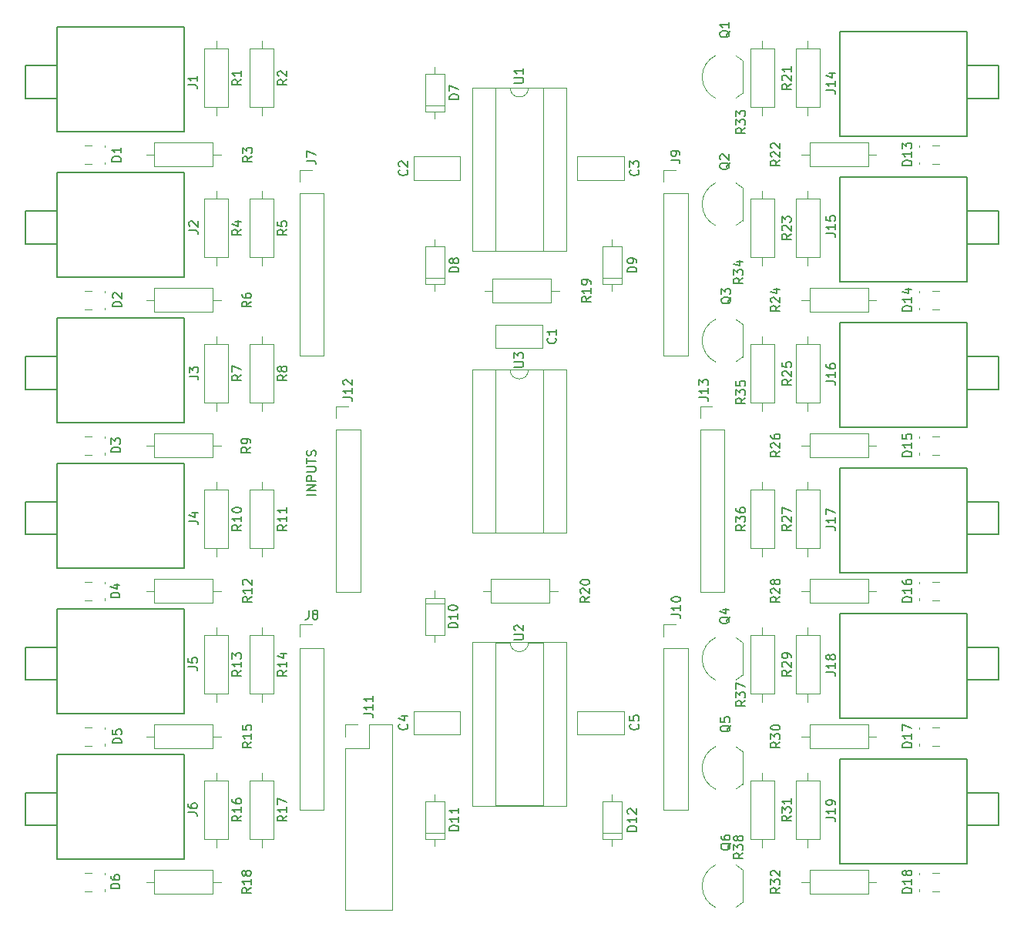
<source format=gbr>
G04 #@! TF.GenerationSoftware,KiCad,Pcbnew,(5.1.5)-3*
G04 #@! TF.CreationDate,2020-08-08T18:50:51-07:00*
G04 #@! TF.ProjectId,NOT_THT,4e4f545f-5448-4542-9e6b-696361645f70,rev?*
G04 #@! TF.SameCoordinates,Original*
G04 #@! TF.FileFunction,Legend,Top*
G04 #@! TF.FilePolarity,Positive*
%FSLAX46Y46*%
G04 Gerber Fmt 4.6, Leading zero omitted, Abs format (unit mm)*
G04 Created by KiCad (PCBNEW (5.1.5)-3) date 2020-08-08 18:50:51*
%MOMM*%
%LPD*%
G04 APERTURE LIST*
%ADD10C,0.150000*%
%ADD11C,0.120000*%
G04 APERTURE END LIST*
D10*
X28452380Y-52404761D02*
X27452380Y-52404761D01*
X28452380Y-51928571D02*
X27452380Y-51928571D01*
X28452380Y-51357142D01*
X27452380Y-51357142D01*
X28452380Y-50880952D02*
X27452380Y-50880952D01*
X27452380Y-50500000D01*
X27500000Y-50404761D01*
X27547619Y-50357142D01*
X27642857Y-50309523D01*
X27785714Y-50309523D01*
X27880952Y-50357142D01*
X27928571Y-50404761D01*
X27976190Y-50500000D01*
X27976190Y-50880952D01*
X27452380Y-49880952D02*
X28261904Y-49880952D01*
X28357142Y-49833333D01*
X28404761Y-49785714D01*
X28452380Y-49690476D01*
X28452380Y-49500000D01*
X28404761Y-49404761D01*
X28357142Y-49357142D01*
X28261904Y-49309523D01*
X27452380Y-49309523D01*
X27452380Y-48976190D02*
X27452380Y-48404761D01*
X28452380Y-48690476D02*
X27452380Y-48690476D01*
X28404761Y-48119047D02*
X28452380Y-47976190D01*
X28452380Y-47738095D01*
X28404761Y-47642857D01*
X28357142Y-47595238D01*
X28261904Y-47547619D01*
X28166666Y-47547619D01*
X28071428Y-47595238D01*
X28023809Y-47642857D01*
X27976190Y-47738095D01*
X27928571Y-47928571D01*
X27880952Y-48023809D01*
X27833333Y-48071428D01*
X27738095Y-48119047D01*
X27642857Y-48119047D01*
X27547619Y-48071428D01*
X27500000Y-48023809D01*
X27452380Y-47928571D01*
X27452380Y-47690476D01*
X27500000Y-47547619D01*
D11*
X48190000Y-36310000D02*
X48190000Y-33690000D01*
X53310000Y-36310000D02*
X53310000Y-33690000D01*
X53310000Y-33690000D02*
X48190000Y-33690000D01*
X53310000Y-36310000D02*
X48190000Y-36310000D01*
X44310000Y-17810000D02*
X39190000Y-17810000D01*
X44310000Y-15190000D02*
X39190000Y-15190000D01*
X44310000Y-17810000D02*
X44310000Y-15190000D01*
X39190000Y-17810000D02*
X39190000Y-15190000D01*
X62310000Y-17810000D02*
X57190000Y-17810000D01*
X62310000Y-15190000D02*
X57190000Y-15190000D01*
X62310000Y-17810000D02*
X62310000Y-15190000D01*
X57190000Y-17810000D02*
X57190000Y-15190000D01*
X39190000Y-78810000D02*
X39190000Y-76190000D01*
X44310000Y-78810000D02*
X44310000Y-76190000D01*
X44310000Y-76190000D02*
X39190000Y-76190000D01*
X44310000Y-78810000D02*
X39190000Y-78810000D01*
X57190000Y-78810000D02*
X57190000Y-76190000D01*
X62310000Y-78810000D02*
X62310000Y-76190000D01*
X62310000Y-76190000D02*
X57190000Y-76190000D01*
X62310000Y-78810000D02*
X57190000Y-78810000D01*
X5280000Y-15825000D02*
X5280000Y-16010000D01*
X5280000Y-13990000D02*
X5280000Y-14175000D01*
X5270000Y-16010000D02*
X5280000Y-16010000D01*
X3080000Y-16010000D02*
X3811000Y-16010000D01*
X5270000Y-13990000D02*
X5280000Y-13990000D01*
X3080000Y-13990000D02*
X3811000Y-13990000D01*
X5280000Y-31825000D02*
X5280000Y-32010000D01*
X5280000Y-29990000D02*
X5280000Y-30175000D01*
X5270000Y-32010000D02*
X5280000Y-32010000D01*
X3080000Y-32010000D02*
X3811000Y-32010000D01*
X5270000Y-29990000D02*
X5280000Y-29990000D01*
X3080000Y-29990000D02*
X3811000Y-29990000D01*
X5280000Y-47825000D02*
X5280000Y-48010000D01*
X5280000Y-45990000D02*
X5280000Y-46175000D01*
X5270000Y-48010000D02*
X5280000Y-48010000D01*
X3080000Y-48010000D02*
X3811000Y-48010000D01*
X5270000Y-45990000D02*
X5280000Y-45990000D01*
X3080000Y-45990000D02*
X3811000Y-45990000D01*
X3080000Y-61990000D02*
X3811000Y-61990000D01*
X5270000Y-61990000D02*
X5280000Y-61990000D01*
X3080000Y-64010000D02*
X3811000Y-64010000D01*
X5270000Y-64010000D02*
X5280000Y-64010000D01*
X5280000Y-61990000D02*
X5280000Y-62175000D01*
X5280000Y-63825000D02*
X5280000Y-64010000D01*
X3080000Y-77990000D02*
X3811000Y-77990000D01*
X5270000Y-77990000D02*
X5280000Y-77990000D01*
X3080000Y-80010000D02*
X3811000Y-80010000D01*
X5270000Y-80010000D02*
X5280000Y-80010000D01*
X5280000Y-77990000D02*
X5280000Y-78175000D01*
X5280000Y-79825000D02*
X5280000Y-80010000D01*
X3080000Y-93990000D02*
X3811000Y-93990000D01*
X5270000Y-93990000D02*
X5280000Y-93990000D01*
X3080000Y-96010000D02*
X3811000Y-96010000D01*
X5270000Y-96010000D02*
X5280000Y-96010000D01*
X5280000Y-93990000D02*
X5280000Y-94175000D01*
X5280000Y-95825000D02*
X5280000Y-96010000D01*
X40440000Y-9590000D02*
X42560000Y-9590000D01*
X41500000Y-5360000D02*
X41500000Y-6130000D01*
X41500000Y-11020000D02*
X41500000Y-10250000D01*
X40440000Y-6130000D02*
X40440000Y-10250000D01*
X42560000Y-6130000D02*
X40440000Y-6130000D01*
X42560000Y-10250000D02*
X42560000Y-6130000D01*
X40440000Y-10250000D02*
X42560000Y-10250000D01*
X40440000Y-29250000D02*
X42560000Y-29250000D01*
X42560000Y-29250000D02*
X42560000Y-25130000D01*
X42560000Y-25130000D02*
X40440000Y-25130000D01*
X40440000Y-25130000D02*
X40440000Y-29250000D01*
X41500000Y-30020000D02*
X41500000Y-29250000D01*
X41500000Y-24360000D02*
X41500000Y-25130000D01*
X40440000Y-28590000D02*
X42560000Y-28590000D01*
X59940000Y-28590000D02*
X62060000Y-28590000D01*
X61000000Y-24360000D02*
X61000000Y-25130000D01*
X61000000Y-30020000D02*
X61000000Y-29250000D01*
X59940000Y-25130000D02*
X59940000Y-29250000D01*
X62060000Y-25130000D02*
X59940000Y-25130000D01*
X62060000Y-29250000D02*
X62060000Y-25130000D01*
X59940000Y-29250000D02*
X62060000Y-29250000D01*
X42560000Y-63750000D02*
X40440000Y-63750000D01*
X40440000Y-63750000D02*
X40440000Y-67870000D01*
X40440000Y-67870000D02*
X42560000Y-67870000D01*
X42560000Y-67870000D02*
X42560000Y-63750000D01*
X41500000Y-62980000D02*
X41500000Y-63750000D01*
X41500000Y-68640000D02*
X41500000Y-67870000D01*
X42560000Y-64410000D02*
X40440000Y-64410000D01*
X40440000Y-89590000D02*
X42560000Y-89590000D01*
X41500000Y-85360000D02*
X41500000Y-86130000D01*
X41500000Y-91020000D02*
X41500000Y-90250000D01*
X40440000Y-86130000D02*
X40440000Y-90250000D01*
X42560000Y-86130000D02*
X40440000Y-86130000D01*
X42560000Y-90250000D02*
X42560000Y-86130000D01*
X40440000Y-90250000D02*
X42560000Y-90250000D01*
X59940000Y-90250000D02*
X62060000Y-90250000D01*
X62060000Y-90250000D02*
X62060000Y-86130000D01*
X62060000Y-86130000D02*
X59940000Y-86130000D01*
X59940000Y-86130000D02*
X59940000Y-90250000D01*
X61000000Y-91020000D02*
X61000000Y-90250000D01*
X61000000Y-85360000D02*
X61000000Y-86130000D01*
X59940000Y-89590000D02*
X62060000Y-89590000D01*
X94720000Y-14175000D02*
X94720000Y-13990000D01*
X94720000Y-16010000D02*
X94720000Y-15825000D01*
X94730000Y-13990000D02*
X94720000Y-13990000D01*
X96920000Y-13990000D02*
X96189000Y-13990000D01*
X94730000Y-16010000D02*
X94720000Y-16010000D01*
X96920000Y-16010000D02*
X96189000Y-16010000D01*
X94720000Y-30175000D02*
X94720000Y-29990000D01*
X94720000Y-32010000D02*
X94720000Y-31825000D01*
X94730000Y-29990000D02*
X94720000Y-29990000D01*
X96920000Y-29990000D02*
X96189000Y-29990000D01*
X94730000Y-32010000D02*
X94720000Y-32010000D01*
X96920000Y-32010000D02*
X96189000Y-32010000D01*
X96920000Y-48010000D02*
X96189000Y-48010000D01*
X94730000Y-48010000D02*
X94720000Y-48010000D01*
X96920000Y-45990000D02*
X96189000Y-45990000D01*
X94730000Y-45990000D02*
X94720000Y-45990000D01*
X94720000Y-48010000D02*
X94720000Y-47825000D01*
X94720000Y-46175000D02*
X94720000Y-45990000D01*
X96920000Y-64010000D02*
X96189000Y-64010000D01*
X94730000Y-64010000D02*
X94720000Y-64010000D01*
X96920000Y-61990000D02*
X96189000Y-61990000D01*
X94730000Y-61990000D02*
X94720000Y-61990000D01*
X94720000Y-64010000D02*
X94720000Y-63825000D01*
X94720000Y-62175000D02*
X94720000Y-61990000D01*
X96920000Y-80010000D02*
X96189000Y-80010000D01*
X94730000Y-80010000D02*
X94720000Y-80010000D01*
X96920000Y-77990000D02*
X96189000Y-77990000D01*
X94730000Y-77990000D02*
X94720000Y-77990000D01*
X94720000Y-80010000D02*
X94720000Y-79825000D01*
X94720000Y-78175000D02*
X94720000Y-77990000D01*
X94720000Y-94175000D02*
X94720000Y-93990000D01*
X94720000Y-96010000D02*
X94720000Y-95825000D01*
X94730000Y-93990000D02*
X94720000Y-93990000D01*
X96920000Y-93990000D02*
X96189000Y-93990000D01*
X94730000Y-96010000D02*
X94720000Y-96010000D01*
X96920000Y-96010000D02*
X96189000Y-96010000D01*
D10*
X0Y-1000000D02*
X14000000Y-1000000D01*
X14000000Y-1000000D02*
X14000000Y-12500000D01*
X14000000Y-12500000D02*
X0Y-12500000D01*
X0Y-12500000D02*
X0Y-1000000D01*
X0Y-5200000D02*
X-3500000Y-5200000D01*
X-3500000Y-5200000D02*
X-3500000Y-8800000D01*
X0Y-8800000D02*
X-3500000Y-8800000D01*
X0Y-17000000D02*
X14000000Y-17000000D01*
X14000000Y-17000000D02*
X14000000Y-28500000D01*
X14000000Y-28500000D02*
X0Y-28500000D01*
X0Y-28500000D02*
X0Y-17000000D01*
X0Y-21200000D02*
X-3500000Y-21200000D01*
X-3500000Y-21200000D02*
X-3500000Y-24800000D01*
X0Y-24800000D02*
X-3500000Y-24800000D01*
X0Y-33000000D02*
X14000000Y-33000000D01*
X14000000Y-33000000D02*
X14000000Y-44500000D01*
X14000000Y-44500000D02*
X0Y-44500000D01*
X0Y-44500000D02*
X0Y-33000000D01*
X0Y-37200000D02*
X-3500000Y-37200000D01*
X-3500000Y-37200000D02*
X-3500000Y-40800000D01*
X0Y-40800000D02*
X-3500000Y-40800000D01*
X0Y-56800000D02*
X-3500000Y-56800000D01*
X-3500000Y-53200000D02*
X-3500000Y-56800000D01*
X0Y-53200000D02*
X-3500000Y-53200000D01*
X0Y-60500000D02*
X0Y-49000000D01*
X14000000Y-60500000D02*
X0Y-60500000D01*
X14000000Y-49000000D02*
X14000000Y-60500000D01*
X0Y-49000000D02*
X14000000Y-49000000D01*
X0Y-72800000D02*
X-3500000Y-72800000D01*
X-3500000Y-69200000D02*
X-3500000Y-72800000D01*
X0Y-69200000D02*
X-3500000Y-69200000D01*
X0Y-76500000D02*
X0Y-65000000D01*
X14000000Y-76500000D02*
X0Y-76500000D01*
X14000000Y-65000000D02*
X14000000Y-76500000D01*
X0Y-65000000D02*
X14000000Y-65000000D01*
X0Y-81000000D02*
X14000000Y-81000000D01*
X14000000Y-81000000D02*
X14000000Y-92500000D01*
X14000000Y-92500000D02*
X0Y-92500000D01*
X0Y-92500000D02*
X0Y-81000000D01*
X0Y-85200000D02*
X-3500000Y-85200000D01*
X-3500000Y-85200000D02*
X-3500000Y-88800000D01*
X0Y-88800000D02*
X-3500000Y-88800000D01*
D11*
X26670000Y-37110000D02*
X29330000Y-37110000D01*
X26670000Y-19270000D02*
X26670000Y-37110000D01*
X29330000Y-19270000D02*
X29330000Y-37110000D01*
X26670000Y-19270000D02*
X29330000Y-19270000D01*
X26670000Y-18000000D02*
X26670000Y-16670000D01*
X26670000Y-16670000D02*
X28000000Y-16670000D01*
X26670000Y-87110000D02*
X29330000Y-87110000D01*
X26670000Y-69270000D02*
X26670000Y-87110000D01*
X29330000Y-69270000D02*
X29330000Y-87110000D01*
X26670000Y-69270000D02*
X29330000Y-69270000D01*
X26670000Y-68000000D02*
X26670000Y-66670000D01*
X26670000Y-66670000D02*
X28000000Y-66670000D01*
X66670000Y-16670000D02*
X68000000Y-16670000D01*
X66670000Y-18000000D02*
X66670000Y-16670000D01*
X66670000Y-19270000D02*
X69330000Y-19270000D01*
X69330000Y-19270000D02*
X69330000Y-37110000D01*
X66670000Y-19270000D02*
X66670000Y-37110000D01*
X66670000Y-37110000D02*
X69330000Y-37110000D01*
X66670000Y-66670000D02*
X68000000Y-66670000D01*
X66670000Y-68000000D02*
X66670000Y-66670000D01*
X66670000Y-69270000D02*
X69330000Y-69270000D01*
X69330000Y-69270000D02*
X69330000Y-87110000D01*
X66670000Y-69270000D02*
X66670000Y-87110000D01*
X66670000Y-87110000D02*
X69330000Y-87110000D01*
X31670000Y-77670000D02*
X33000000Y-77670000D01*
X31670000Y-79000000D02*
X31670000Y-77670000D01*
X34270000Y-77670000D02*
X36870000Y-77670000D01*
X34270000Y-80270000D02*
X34270000Y-77670000D01*
X31670000Y-80270000D02*
X34270000Y-80270000D01*
X36870000Y-77670000D02*
X36870000Y-98110000D01*
X31670000Y-80270000D02*
X31670000Y-98110000D01*
X31670000Y-98110000D02*
X36870000Y-98110000D01*
X30670000Y-42670000D02*
X32000000Y-42670000D01*
X30670000Y-44000000D02*
X30670000Y-42670000D01*
X30670000Y-45270000D02*
X33330000Y-45270000D01*
X33330000Y-45270000D02*
X33330000Y-63110000D01*
X30670000Y-45270000D02*
X30670000Y-63110000D01*
X30670000Y-63110000D02*
X33330000Y-63110000D01*
X70670000Y-63110000D02*
X73330000Y-63110000D01*
X70670000Y-45270000D02*
X70670000Y-63110000D01*
X73330000Y-45270000D02*
X73330000Y-63110000D01*
X70670000Y-45270000D02*
X73330000Y-45270000D01*
X70670000Y-44000000D02*
X70670000Y-42670000D01*
X70670000Y-42670000D02*
X72000000Y-42670000D01*
D10*
X100000000Y-5200000D02*
X103500000Y-5200000D01*
X103500000Y-8800000D02*
X103500000Y-5200000D01*
X100000000Y-8800000D02*
X103500000Y-8800000D01*
X100000000Y-1500000D02*
X100000000Y-13000000D01*
X86000000Y-1500000D02*
X100000000Y-1500000D01*
X86000000Y-13000000D02*
X86000000Y-1500000D01*
X100000000Y-13000000D02*
X86000000Y-13000000D01*
X100000000Y-21200000D02*
X103500000Y-21200000D01*
X103500000Y-24800000D02*
X103500000Y-21200000D01*
X100000000Y-24800000D02*
X103500000Y-24800000D01*
X100000000Y-17500000D02*
X100000000Y-29000000D01*
X86000000Y-17500000D02*
X100000000Y-17500000D01*
X86000000Y-29000000D02*
X86000000Y-17500000D01*
X100000000Y-29000000D02*
X86000000Y-29000000D01*
X100000000Y-45000000D02*
X86000000Y-45000000D01*
X86000000Y-45000000D02*
X86000000Y-33500000D01*
X86000000Y-33500000D02*
X100000000Y-33500000D01*
X100000000Y-33500000D02*
X100000000Y-45000000D01*
X100000000Y-40800000D02*
X103500000Y-40800000D01*
X103500000Y-40800000D02*
X103500000Y-37200000D01*
X100000000Y-37200000D02*
X103500000Y-37200000D01*
X100000000Y-53200000D02*
X103500000Y-53200000D01*
X103500000Y-56800000D02*
X103500000Y-53200000D01*
X100000000Y-56800000D02*
X103500000Y-56800000D01*
X100000000Y-49500000D02*
X100000000Y-61000000D01*
X86000000Y-49500000D02*
X100000000Y-49500000D01*
X86000000Y-61000000D02*
X86000000Y-49500000D01*
X100000000Y-61000000D02*
X86000000Y-61000000D01*
X100000000Y-69200000D02*
X103500000Y-69200000D01*
X103500000Y-72800000D02*
X103500000Y-69200000D01*
X100000000Y-72800000D02*
X103500000Y-72800000D01*
X100000000Y-65500000D02*
X100000000Y-77000000D01*
X86000000Y-65500000D02*
X100000000Y-65500000D01*
X86000000Y-77000000D02*
X86000000Y-65500000D01*
X100000000Y-77000000D02*
X86000000Y-77000000D01*
X100000000Y-93000000D02*
X86000000Y-93000000D01*
X86000000Y-93000000D02*
X86000000Y-81500000D01*
X86000000Y-81500000D02*
X100000000Y-81500000D01*
X100000000Y-81500000D02*
X100000000Y-93000000D01*
X100000000Y-88800000D02*
X103500000Y-88800000D01*
X103500000Y-88800000D02*
X103500000Y-85200000D01*
X100000000Y-85200000D02*
X103500000Y-85200000D01*
D11*
X75350000Y-8260000D02*
X75350000Y-4660000D01*
X74622795Y-8784184D02*
G75*
G03X75350000Y-8260000I-1122795J2324184D01*
G01*
X72401193Y-8816400D02*
G75*
G02X70900000Y-6460000I1098807J2356400D01*
G01*
X72401193Y-4103600D02*
G75*
G03X70900000Y-6460000I1098807J-2356400D01*
G01*
X74622795Y-4135816D02*
G75*
G02X75350000Y-4660000I-1122795J-2324184D01*
G01*
X74622795Y-18135816D02*
G75*
G02X75350000Y-18660000I-1122795J-2324184D01*
G01*
X72401193Y-18103600D02*
G75*
G03X70900000Y-20460000I1098807J-2356400D01*
G01*
X72401193Y-22816400D02*
G75*
G02X70900000Y-20460000I1098807J2356400D01*
G01*
X74622795Y-22784184D02*
G75*
G03X75350000Y-22260000I-1122795J2324184D01*
G01*
X75350000Y-22260000D02*
X75350000Y-18660000D01*
X74622795Y-33135816D02*
G75*
G02X75350000Y-33660000I-1122795J-2324184D01*
G01*
X72401193Y-33103600D02*
G75*
G03X70900000Y-35460000I1098807J-2356400D01*
G01*
X72401193Y-37816400D02*
G75*
G02X70900000Y-35460000I1098807J2356400D01*
G01*
X74622795Y-37784184D02*
G75*
G03X75350000Y-37260000I-1122795J2324184D01*
G01*
X75350000Y-37260000D02*
X75350000Y-33660000D01*
X74622795Y-68135816D02*
G75*
G02X75350000Y-68660000I-1122795J-2324184D01*
G01*
X72401193Y-68103600D02*
G75*
G03X70900000Y-70460000I1098807J-2356400D01*
G01*
X72401193Y-72816400D02*
G75*
G02X70900000Y-70460000I1098807J2356400D01*
G01*
X74622795Y-72784184D02*
G75*
G03X75350000Y-72260000I-1122795J2324184D01*
G01*
X75350000Y-72260000D02*
X75350000Y-68660000D01*
X75350000Y-84260000D02*
X75350000Y-80660000D01*
X74622795Y-84784184D02*
G75*
G03X75350000Y-84260000I-1122795J2324184D01*
G01*
X72401193Y-84816400D02*
G75*
G02X70900000Y-82460000I1098807J2356400D01*
G01*
X72401193Y-80103600D02*
G75*
G03X70900000Y-82460000I1098807J-2356400D01*
G01*
X74622795Y-80135816D02*
G75*
G02X75350000Y-80660000I-1122795J-2324184D01*
G01*
X75350000Y-97260000D02*
X75350000Y-93660000D01*
X74622795Y-97784184D02*
G75*
G03X75350000Y-97260000I-1122795J2324184D01*
G01*
X72401193Y-97816400D02*
G75*
G02X70900000Y-95460000I1098807J2356400D01*
G01*
X72401193Y-93103600D02*
G75*
G03X70900000Y-95460000I1098807J-2356400D01*
G01*
X74622795Y-93135816D02*
G75*
G02X75350000Y-93660000I-1122795J-2324184D01*
G01*
X17500000Y-10680000D02*
X17500000Y-9790000D01*
X17500000Y-2480000D02*
X17500000Y-3370000D01*
X18810000Y-9790000D02*
X18810000Y-3370000D01*
X16190000Y-9790000D02*
X18810000Y-9790000D01*
X16190000Y-3370000D02*
X16190000Y-9790000D01*
X18810000Y-3370000D02*
X16190000Y-3370000D01*
X22500000Y-10680000D02*
X22500000Y-9790000D01*
X22500000Y-2480000D02*
X22500000Y-3370000D01*
X23810000Y-9790000D02*
X23810000Y-3370000D01*
X21190000Y-9790000D02*
X23810000Y-9790000D01*
X21190000Y-3370000D02*
X21190000Y-9790000D01*
X23810000Y-3370000D02*
X21190000Y-3370000D01*
X9820000Y-15000000D02*
X10710000Y-15000000D01*
X18020000Y-15000000D02*
X17130000Y-15000000D01*
X10710000Y-16310000D02*
X17130000Y-16310000D01*
X10710000Y-13690000D02*
X10710000Y-16310000D01*
X17130000Y-13690000D02*
X10710000Y-13690000D01*
X17130000Y-16310000D02*
X17130000Y-13690000D01*
X17500000Y-27180000D02*
X17500000Y-26290000D01*
X17500000Y-18980000D02*
X17500000Y-19870000D01*
X18810000Y-26290000D02*
X18810000Y-19870000D01*
X16190000Y-26290000D02*
X18810000Y-26290000D01*
X16190000Y-19870000D02*
X16190000Y-26290000D01*
X18810000Y-19870000D02*
X16190000Y-19870000D01*
X23810000Y-19870000D02*
X21190000Y-19870000D01*
X21190000Y-19870000D02*
X21190000Y-26290000D01*
X21190000Y-26290000D02*
X23810000Y-26290000D01*
X23810000Y-26290000D02*
X23810000Y-19870000D01*
X22500000Y-18980000D02*
X22500000Y-19870000D01*
X22500000Y-27180000D02*
X22500000Y-26290000D01*
X17130000Y-32310000D02*
X17130000Y-29690000D01*
X17130000Y-29690000D02*
X10710000Y-29690000D01*
X10710000Y-29690000D02*
X10710000Y-32310000D01*
X10710000Y-32310000D02*
X17130000Y-32310000D01*
X18020000Y-31000000D02*
X17130000Y-31000000D01*
X9820000Y-31000000D02*
X10710000Y-31000000D01*
X18810000Y-35870000D02*
X16190000Y-35870000D01*
X16190000Y-35870000D02*
X16190000Y-42290000D01*
X16190000Y-42290000D02*
X18810000Y-42290000D01*
X18810000Y-42290000D02*
X18810000Y-35870000D01*
X17500000Y-34980000D02*
X17500000Y-35870000D01*
X17500000Y-43180000D02*
X17500000Y-42290000D01*
X23810000Y-35870000D02*
X21190000Y-35870000D01*
X21190000Y-35870000D02*
X21190000Y-42290000D01*
X21190000Y-42290000D02*
X23810000Y-42290000D01*
X23810000Y-42290000D02*
X23810000Y-35870000D01*
X22500000Y-34980000D02*
X22500000Y-35870000D01*
X22500000Y-43180000D02*
X22500000Y-42290000D01*
X17130000Y-48310000D02*
X17130000Y-45690000D01*
X17130000Y-45690000D02*
X10710000Y-45690000D01*
X10710000Y-45690000D02*
X10710000Y-48310000D01*
X10710000Y-48310000D02*
X17130000Y-48310000D01*
X18020000Y-47000000D02*
X17130000Y-47000000D01*
X9820000Y-47000000D02*
X10710000Y-47000000D01*
X17500000Y-59180000D02*
X17500000Y-58290000D01*
X17500000Y-50980000D02*
X17500000Y-51870000D01*
X18810000Y-58290000D02*
X18810000Y-51870000D01*
X16190000Y-58290000D02*
X18810000Y-58290000D01*
X16190000Y-51870000D02*
X16190000Y-58290000D01*
X18810000Y-51870000D02*
X16190000Y-51870000D01*
X23810000Y-51870000D02*
X21190000Y-51870000D01*
X21190000Y-51870000D02*
X21190000Y-58290000D01*
X21190000Y-58290000D02*
X23810000Y-58290000D01*
X23810000Y-58290000D02*
X23810000Y-51870000D01*
X22500000Y-50980000D02*
X22500000Y-51870000D01*
X22500000Y-59180000D02*
X22500000Y-58290000D01*
X9820000Y-63000000D02*
X10710000Y-63000000D01*
X18020000Y-63000000D02*
X17130000Y-63000000D01*
X10710000Y-64310000D02*
X17130000Y-64310000D01*
X10710000Y-61690000D02*
X10710000Y-64310000D01*
X17130000Y-61690000D02*
X10710000Y-61690000D01*
X17130000Y-64310000D02*
X17130000Y-61690000D01*
X18810000Y-67870000D02*
X16190000Y-67870000D01*
X16190000Y-67870000D02*
X16190000Y-74290000D01*
X16190000Y-74290000D02*
X18810000Y-74290000D01*
X18810000Y-74290000D02*
X18810000Y-67870000D01*
X17500000Y-66980000D02*
X17500000Y-67870000D01*
X17500000Y-75180000D02*
X17500000Y-74290000D01*
X22500000Y-75180000D02*
X22500000Y-74290000D01*
X22500000Y-66980000D02*
X22500000Y-67870000D01*
X23810000Y-74290000D02*
X23810000Y-67870000D01*
X21190000Y-74290000D02*
X23810000Y-74290000D01*
X21190000Y-67870000D02*
X21190000Y-74290000D01*
X23810000Y-67870000D02*
X21190000Y-67870000D01*
X17130000Y-80310000D02*
X17130000Y-77690000D01*
X17130000Y-77690000D02*
X10710000Y-77690000D01*
X10710000Y-77690000D02*
X10710000Y-80310000D01*
X10710000Y-80310000D02*
X17130000Y-80310000D01*
X18020000Y-79000000D02*
X17130000Y-79000000D01*
X9820000Y-79000000D02*
X10710000Y-79000000D01*
X18810000Y-83870000D02*
X16190000Y-83870000D01*
X16190000Y-83870000D02*
X16190000Y-90290000D01*
X16190000Y-90290000D02*
X18810000Y-90290000D01*
X18810000Y-90290000D02*
X18810000Y-83870000D01*
X17500000Y-82980000D02*
X17500000Y-83870000D01*
X17500000Y-91180000D02*
X17500000Y-90290000D01*
X23810000Y-83870000D02*
X21190000Y-83870000D01*
X21190000Y-83870000D02*
X21190000Y-90290000D01*
X21190000Y-90290000D02*
X23810000Y-90290000D01*
X23810000Y-90290000D02*
X23810000Y-83870000D01*
X22500000Y-82980000D02*
X22500000Y-83870000D01*
X22500000Y-91180000D02*
X22500000Y-90290000D01*
X9820000Y-95000000D02*
X10710000Y-95000000D01*
X18020000Y-95000000D02*
X17130000Y-95000000D01*
X10710000Y-96310000D02*
X17130000Y-96310000D01*
X10710000Y-93690000D02*
X10710000Y-96310000D01*
X17130000Y-93690000D02*
X10710000Y-93690000D01*
X17130000Y-96310000D02*
X17130000Y-93690000D01*
X55180000Y-30000000D02*
X54290000Y-30000000D01*
X46980000Y-30000000D02*
X47870000Y-30000000D01*
X54290000Y-28690000D02*
X47870000Y-28690000D01*
X54290000Y-31310000D02*
X54290000Y-28690000D01*
X47870000Y-31310000D02*
X54290000Y-31310000D01*
X47870000Y-28690000D02*
X47870000Y-31310000D01*
X54130000Y-64310000D02*
X54130000Y-61690000D01*
X54130000Y-61690000D02*
X47710000Y-61690000D01*
X47710000Y-61690000D02*
X47710000Y-64310000D01*
X47710000Y-64310000D02*
X54130000Y-64310000D01*
X55020000Y-63000000D02*
X54130000Y-63000000D01*
X46820000Y-63000000D02*
X47710000Y-63000000D01*
X82500000Y-10680000D02*
X82500000Y-9790000D01*
X82500000Y-2480000D02*
X82500000Y-3370000D01*
X83810000Y-9790000D02*
X83810000Y-3370000D01*
X81190000Y-9790000D02*
X83810000Y-9790000D01*
X81190000Y-3370000D02*
X81190000Y-9790000D01*
X83810000Y-3370000D02*
X81190000Y-3370000D01*
X81820000Y-15000000D02*
X82710000Y-15000000D01*
X90020000Y-15000000D02*
X89130000Y-15000000D01*
X82710000Y-16310000D02*
X89130000Y-16310000D01*
X82710000Y-13690000D02*
X82710000Y-16310000D01*
X89130000Y-13690000D02*
X82710000Y-13690000D01*
X89130000Y-16310000D02*
X89130000Y-13690000D01*
X83810000Y-19870000D02*
X81190000Y-19870000D01*
X81190000Y-19870000D02*
X81190000Y-26290000D01*
X81190000Y-26290000D02*
X83810000Y-26290000D01*
X83810000Y-26290000D02*
X83810000Y-19870000D01*
X82500000Y-18980000D02*
X82500000Y-19870000D01*
X82500000Y-27180000D02*
X82500000Y-26290000D01*
X89130000Y-32310000D02*
X89130000Y-29690000D01*
X89130000Y-29690000D02*
X82710000Y-29690000D01*
X82710000Y-29690000D02*
X82710000Y-32310000D01*
X82710000Y-32310000D02*
X89130000Y-32310000D01*
X90020000Y-31000000D02*
X89130000Y-31000000D01*
X81820000Y-31000000D02*
X82710000Y-31000000D01*
X82500000Y-43180000D02*
X82500000Y-42290000D01*
X82500000Y-34980000D02*
X82500000Y-35870000D01*
X83810000Y-42290000D02*
X83810000Y-35870000D01*
X81190000Y-42290000D02*
X83810000Y-42290000D01*
X81190000Y-35870000D02*
X81190000Y-42290000D01*
X83810000Y-35870000D02*
X81190000Y-35870000D01*
X81820000Y-47000000D02*
X82710000Y-47000000D01*
X90020000Y-47000000D02*
X89130000Y-47000000D01*
X82710000Y-48310000D02*
X89130000Y-48310000D01*
X82710000Y-45690000D02*
X82710000Y-48310000D01*
X89130000Y-45690000D02*
X82710000Y-45690000D01*
X89130000Y-48310000D02*
X89130000Y-45690000D01*
X83810000Y-51870000D02*
X81190000Y-51870000D01*
X81190000Y-51870000D02*
X81190000Y-58290000D01*
X81190000Y-58290000D02*
X83810000Y-58290000D01*
X83810000Y-58290000D02*
X83810000Y-51870000D01*
X82500000Y-50980000D02*
X82500000Y-51870000D01*
X82500000Y-59180000D02*
X82500000Y-58290000D01*
X89130000Y-64310000D02*
X89130000Y-61690000D01*
X89130000Y-61690000D02*
X82710000Y-61690000D01*
X82710000Y-61690000D02*
X82710000Y-64310000D01*
X82710000Y-64310000D02*
X89130000Y-64310000D01*
X90020000Y-63000000D02*
X89130000Y-63000000D01*
X81820000Y-63000000D02*
X82710000Y-63000000D01*
X82500000Y-75180000D02*
X82500000Y-74290000D01*
X82500000Y-66980000D02*
X82500000Y-67870000D01*
X83810000Y-74290000D02*
X83810000Y-67870000D01*
X81190000Y-74290000D02*
X83810000Y-74290000D01*
X81190000Y-67870000D02*
X81190000Y-74290000D01*
X83810000Y-67870000D02*
X81190000Y-67870000D01*
X81820000Y-79000000D02*
X82710000Y-79000000D01*
X90020000Y-79000000D02*
X89130000Y-79000000D01*
X82710000Y-80310000D02*
X89130000Y-80310000D01*
X82710000Y-77690000D02*
X82710000Y-80310000D01*
X89130000Y-77690000D02*
X82710000Y-77690000D01*
X89130000Y-80310000D02*
X89130000Y-77690000D01*
X83810000Y-83870000D02*
X81190000Y-83870000D01*
X81190000Y-83870000D02*
X81190000Y-90290000D01*
X81190000Y-90290000D02*
X83810000Y-90290000D01*
X83810000Y-90290000D02*
X83810000Y-83870000D01*
X82500000Y-82980000D02*
X82500000Y-83870000D01*
X82500000Y-91180000D02*
X82500000Y-90290000D01*
X89130000Y-96310000D02*
X89130000Y-93690000D01*
X89130000Y-93690000D02*
X82710000Y-93690000D01*
X82710000Y-93690000D02*
X82710000Y-96310000D01*
X82710000Y-96310000D02*
X89130000Y-96310000D01*
X90020000Y-95000000D02*
X89130000Y-95000000D01*
X81820000Y-95000000D02*
X82710000Y-95000000D01*
X76190000Y-9790000D02*
X78810000Y-9790000D01*
X78810000Y-9790000D02*
X78810000Y-3370000D01*
X78810000Y-3370000D02*
X76190000Y-3370000D01*
X76190000Y-3370000D02*
X76190000Y-9790000D01*
X77500000Y-10680000D02*
X77500000Y-9790000D01*
X77500000Y-2480000D02*
X77500000Y-3370000D01*
X77500000Y-18980000D02*
X77500000Y-19870000D01*
X77500000Y-27180000D02*
X77500000Y-26290000D01*
X76190000Y-19870000D02*
X76190000Y-26290000D01*
X78810000Y-19870000D02*
X76190000Y-19870000D01*
X78810000Y-26290000D02*
X78810000Y-19870000D01*
X76190000Y-26290000D02*
X78810000Y-26290000D01*
X77500000Y-34980000D02*
X77500000Y-35870000D01*
X77500000Y-43180000D02*
X77500000Y-42290000D01*
X76190000Y-35870000D02*
X76190000Y-42290000D01*
X78810000Y-35870000D02*
X76190000Y-35870000D01*
X78810000Y-42290000D02*
X78810000Y-35870000D01*
X76190000Y-42290000D02*
X78810000Y-42290000D01*
X77500000Y-50980000D02*
X77500000Y-51870000D01*
X77500000Y-59180000D02*
X77500000Y-58290000D01*
X76190000Y-51870000D02*
X76190000Y-58290000D01*
X78810000Y-51870000D02*
X76190000Y-51870000D01*
X78810000Y-58290000D02*
X78810000Y-51870000D01*
X76190000Y-58290000D02*
X78810000Y-58290000D01*
X76190000Y-74290000D02*
X78810000Y-74290000D01*
X78810000Y-74290000D02*
X78810000Y-67870000D01*
X78810000Y-67870000D02*
X76190000Y-67870000D01*
X76190000Y-67870000D02*
X76190000Y-74290000D01*
X77500000Y-75180000D02*
X77500000Y-74290000D01*
X77500000Y-66980000D02*
X77500000Y-67870000D01*
X77500000Y-82980000D02*
X77500000Y-83870000D01*
X77500000Y-91180000D02*
X77500000Y-90290000D01*
X76190000Y-83870000D02*
X76190000Y-90290000D01*
X78810000Y-83870000D02*
X76190000Y-83870000D01*
X78810000Y-90290000D02*
X78810000Y-83870000D01*
X76190000Y-90290000D02*
X78810000Y-90290000D01*
X51810000Y-7670000D02*
G75*
G02X49810000Y-7670000I-1000000J0D01*
G01*
X49810000Y-7670000D02*
X48160000Y-7670000D01*
X48160000Y-7670000D02*
X48160000Y-25570000D01*
X48160000Y-25570000D02*
X53460000Y-25570000D01*
X53460000Y-25570000D02*
X53460000Y-7670000D01*
X53460000Y-7670000D02*
X51810000Y-7670000D01*
X45670000Y-7610000D02*
X45670000Y-25630000D01*
X45670000Y-25630000D02*
X55950000Y-25630000D01*
X55950000Y-25630000D02*
X55950000Y-7610000D01*
X55950000Y-7610000D02*
X45670000Y-7610000D01*
X55950000Y-68610000D02*
X45670000Y-68610000D01*
X55950000Y-86630000D02*
X55950000Y-68610000D01*
X45670000Y-86630000D02*
X55950000Y-86630000D01*
X45670000Y-68610000D02*
X45670000Y-86630000D01*
X53460000Y-68670000D02*
X51810000Y-68670000D01*
X53460000Y-86570000D02*
X53460000Y-68670000D01*
X48160000Y-86570000D02*
X53460000Y-86570000D01*
X48160000Y-68670000D02*
X48160000Y-86570000D01*
X49810000Y-68670000D02*
X48160000Y-68670000D01*
X51810000Y-68670000D02*
G75*
G02X49810000Y-68670000I-1000000J0D01*
G01*
X55950000Y-38610000D02*
X45670000Y-38610000D01*
X55950000Y-56630000D02*
X55950000Y-38610000D01*
X45670000Y-56630000D02*
X55950000Y-56630000D01*
X45670000Y-38610000D02*
X45670000Y-56630000D01*
X53460000Y-38670000D02*
X51810000Y-38670000D01*
X53460000Y-56570000D02*
X53460000Y-38670000D01*
X48160000Y-56570000D02*
X53460000Y-56570000D01*
X48160000Y-38670000D02*
X48160000Y-56570000D01*
X49810000Y-38670000D02*
X48160000Y-38670000D01*
X51810000Y-38670000D02*
G75*
G02X49810000Y-38670000I-1000000J0D01*
G01*
D10*
X54774102Y-35170406D02*
X54821721Y-35218025D01*
X54869340Y-35360882D01*
X54869340Y-35456120D01*
X54821721Y-35598978D01*
X54726483Y-35694216D01*
X54631245Y-35741835D01*
X54440769Y-35789454D01*
X54297912Y-35789454D01*
X54107436Y-35741835D01*
X54012198Y-35694216D01*
X53916960Y-35598978D01*
X53869340Y-35456120D01*
X53869340Y-35360882D01*
X53916960Y-35218025D01*
X53964579Y-35170406D01*
X54869340Y-34218025D02*
X54869340Y-34789454D01*
X54869340Y-34503740D02*
X53869340Y-34503740D01*
X54012198Y-34598978D01*
X54107436Y-34694216D01*
X54155055Y-34789454D01*
X38457142Y-16676666D02*
X38504761Y-16724285D01*
X38552380Y-16867142D01*
X38552380Y-16962380D01*
X38504761Y-17105238D01*
X38409523Y-17200476D01*
X38314285Y-17248095D01*
X38123809Y-17295714D01*
X37980952Y-17295714D01*
X37790476Y-17248095D01*
X37695238Y-17200476D01*
X37600000Y-17105238D01*
X37552380Y-16962380D01*
X37552380Y-16867142D01*
X37600000Y-16724285D01*
X37647619Y-16676666D01*
X37647619Y-16295714D02*
X37600000Y-16248095D01*
X37552380Y-16152857D01*
X37552380Y-15914761D01*
X37600000Y-15819523D01*
X37647619Y-15771904D01*
X37742857Y-15724285D01*
X37838095Y-15724285D01*
X37980952Y-15771904D01*
X38552380Y-16343333D01*
X38552380Y-15724285D01*
X63857142Y-16676666D02*
X63904761Y-16724285D01*
X63952380Y-16867142D01*
X63952380Y-16962380D01*
X63904761Y-17105238D01*
X63809523Y-17200476D01*
X63714285Y-17248095D01*
X63523809Y-17295714D01*
X63380952Y-17295714D01*
X63190476Y-17248095D01*
X63095238Y-17200476D01*
X63000000Y-17105238D01*
X62952380Y-16962380D01*
X62952380Y-16867142D01*
X63000000Y-16724285D01*
X63047619Y-16676666D01*
X62952380Y-16343333D02*
X62952380Y-15724285D01*
X63333333Y-16057619D01*
X63333333Y-15914761D01*
X63380952Y-15819523D01*
X63428571Y-15771904D01*
X63523809Y-15724285D01*
X63761904Y-15724285D01*
X63857142Y-15771904D01*
X63904761Y-15819523D01*
X63952380Y-15914761D01*
X63952380Y-16200476D01*
X63904761Y-16295714D01*
X63857142Y-16343333D01*
X38457142Y-77636666D02*
X38504761Y-77684285D01*
X38552380Y-77827142D01*
X38552380Y-77922380D01*
X38504761Y-78065238D01*
X38409523Y-78160476D01*
X38314285Y-78208095D01*
X38123809Y-78255714D01*
X37980952Y-78255714D01*
X37790476Y-78208095D01*
X37695238Y-78160476D01*
X37600000Y-78065238D01*
X37552380Y-77922380D01*
X37552380Y-77827142D01*
X37600000Y-77684285D01*
X37647619Y-77636666D01*
X37885714Y-76779523D02*
X38552380Y-76779523D01*
X37504761Y-77017619D02*
X38219047Y-77255714D01*
X38219047Y-76636666D01*
X63857142Y-77636666D02*
X63904761Y-77684285D01*
X63952380Y-77827142D01*
X63952380Y-77922380D01*
X63904761Y-78065238D01*
X63809523Y-78160476D01*
X63714285Y-78208095D01*
X63523809Y-78255714D01*
X63380952Y-78255714D01*
X63190476Y-78208095D01*
X63095238Y-78160476D01*
X63000000Y-78065238D01*
X62952380Y-77922380D01*
X62952380Y-77827142D01*
X63000000Y-77684285D01*
X63047619Y-77636666D01*
X62952380Y-76731904D02*
X62952380Y-77208095D01*
X63428571Y-77255714D01*
X63380952Y-77208095D01*
X63333333Y-77112857D01*
X63333333Y-76874761D01*
X63380952Y-76779523D01*
X63428571Y-76731904D01*
X63523809Y-76684285D01*
X63761904Y-76684285D01*
X63857142Y-76731904D01*
X63904761Y-76779523D01*
X63952380Y-76874761D01*
X63952380Y-77112857D01*
X63904761Y-77208095D01*
X63857142Y-77255714D01*
X7043680Y-15741875D02*
X6043680Y-15741875D01*
X6043680Y-15503780D01*
X6091300Y-15360922D01*
X6186538Y-15265684D01*
X6281776Y-15218065D01*
X6472252Y-15170446D01*
X6615109Y-15170446D01*
X6805585Y-15218065D01*
X6900823Y-15265684D01*
X6996061Y-15360922D01*
X7043680Y-15503780D01*
X7043680Y-15741875D01*
X7043680Y-14218065D02*
X7043680Y-14789494D01*
X7043680Y-14503780D02*
X6043680Y-14503780D01*
X6186538Y-14599018D01*
X6281776Y-14694256D01*
X6329395Y-14789494D01*
X7112260Y-31736255D02*
X6112260Y-31736255D01*
X6112260Y-31498160D01*
X6159880Y-31355302D01*
X6255118Y-31260064D01*
X6350356Y-31212445D01*
X6540832Y-31164826D01*
X6683689Y-31164826D01*
X6874165Y-31212445D01*
X6969403Y-31260064D01*
X7064641Y-31355302D01*
X7112260Y-31498160D01*
X7112260Y-31736255D01*
X6207499Y-30783874D02*
X6159880Y-30736255D01*
X6112260Y-30641017D01*
X6112260Y-30402921D01*
X6159880Y-30307683D01*
X6207499Y-30260064D01*
X6302737Y-30212445D01*
X6397975Y-30212445D01*
X6540832Y-30260064D01*
X7112260Y-30831493D01*
X7112260Y-30212445D01*
X6977640Y-47738255D02*
X5977640Y-47738255D01*
X5977640Y-47500160D01*
X6025260Y-47357302D01*
X6120498Y-47262064D01*
X6215736Y-47214445D01*
X6406212Y-47166826D01*
X6549069Y-47166826D01*
X6739545Y-47214445D01*
X6834783Y-47262064D01*
X6930021Y-47357302D01*
X6977640Y-47500160D01*
X6977640Y-47738255D01*
X5977640Y-46833493D02*
X5977640Y-46214445D01*
X6358593Y-46547779D01*
X6358593Y-46404921D01*
X6406212Y-46309683D01*
X6453831Y-46262064D01*
X6549069Y-46214445D01*
X6787164Y-46214445D01*
X6882402Y-46262064D01*
X6930021Y-46309683D01*
X6977640Y-46404921D01*
X6977640Y-46690636D01*
X6930021Y-46785874D01*
X6882402Y-46833493D01*
X6906520Y-63740255D02*
X5906520Y-63740255D01*
X5906520Y-63502160D01*
X5954140Y-63359302D01*
X6049378Y-63264064D01*
X6144616Y-63216445D01*
X6335092Y-63168826D01*
X6477949Y-63168826D01*
X6668425Y-63216445D01*
X6763663Y-63264064D01*
X6858901Y-63359302D01*
X6906520Y-63502160D01*
X6906520Y-63740255D01*
X6239854Y-62311683D02*
X6906520Y-62311683D01*
X5858901Y-62549779D02*
X6573187Y-62787874D01*
X6573187Y-62168826D01*
X7102100Y-79742255D02*
X6102100Y-79742255D01*
X6102100Y-79504160D01*
X6149720Y-79361302D01*
X6244958Y-79266064D01*
X6340196Y-79218445D01*
X6530672Y-79170826D01*
X6673529Y-79170826D01*
X6864005Y-79218445D01*
X6959243Y-79266064D01*
X7054481Y-79361302D01*
X7102100Y-79504160D01*
X7102100Y-79742255D01*
X6102100Y-78266064D02*
X6102100Y-78742255D01*
X6578291Y-78789874D01*
X6530672Y-78742255D01*
X6483053Y-78647017D01*
X6483053Y-78408921D01*
X6530672Y-78313683D01*
X6578291Y-78266064D01*
X6673529Y-78218445D01*
X6911624Y-78218445D01*
X7006862Y-78266064D01*
X7054481Y-78313683D01*
X7102100Y-78408921D01*
X7102100Y-78647017D01*
X7054481Y-78742255D01*
X7006862Y-78789874D01*
X6903980Y-95736635D02*
X5903980Y-95736635D01*
X5903980Y-95498540D01*
X5951600Y-95355682D01*
X6046838Y-95260444D01*
X6142076Y-95212825D01*
X6332552Y-95165206D01*
X6475409Y-95165206D01*
X6665885Y-95212825D01*
X6761123Y-95260444D01*
X6856361Y-95355682D01*
X6903980Y-95498540D01*
X6903980Y-95736635D01*
X5903980Y-94308063D02*
X5903980Y-94498540D01*
X5951600Y-94593778D01*
X5999219Y-94641397D01*
X6142076Y-94736635D01*
X6332552Y-94784254D01*
X6713504Y-94784254D01*
X6808742Y-94736635D01*
X6856361Y-94689016D01*
X6903980Y-94593778D01*
X6903980Y-94403301D01*
X6856361Y-94308063D01*
X6808742Y-94260444D01*
X6713504Y-94212825D01*
X6475409Y-94212825D01*
X6380171Y-94260444D01*
X6332552Y-94308063D01*
X6284933Y-94403301D01*
X6284933Y-94593778D01*
X6332552Y-94689016D01*
X6380171Y-94736635D01*
X6475409Y-94784254D01*
X44140380Y-8928095D02*
X43140380Y-8928095D01*
X43140380Y-8690000D01*
X43188000Y-8547142D01*
X43283238Y-8451904D01*
X43378476Y-8404285D01*
X43568952Y-8356666D01*
X43711809Y-8356666D01*
X43902285Y-8404285D01*
X43997523Y-8451904D01*
X44092761Y-8547142D01*
X44140380Y-8690000D01*
X44140380Y-8928095D01*
X43140380Y-8023333D02*
X43140380Y-7356666D01*
X44140380Y-7785238D01*
X44140380Y-27928095D02*
X43140380Y-27928095D01*
X43140380Y-27690000D01*
X43188000Y-27547142D01*
X43283238Y-27451904D01*
X43378476Y-27404285D01*
X43568952Y-27356666D01*
X43711809Y-27356666D01*
X43902285Y-27404285D01*
X43997523Y-27451904D01*
X44092761Y-27547142D01*
X44140380Y-27690000D01*
X44140380Y-27928095D01*
X43568952Y-26785238D02*
X43521333Y-26880476D01*
X43473714Y-26928095D01*
X43378476Y-26975714D01*
X43330857Y-26975714D01*
X43235619Y-26928095D01*
X43188000Y-26880476D01*
X43140380Y-26785238D01*
X43140380Y-26594761D01*
X43188000Y-26499523D01*
X43235619Y-26451904D01*
X43330857Y-26404285D01*
X43378476Y-26404285D01*
X43473714Y-26451904D01*
X43521333Y-26499523D01*
X43568952Y-26594761D01*
X43568952Y-26785238D01*
X43616571Y-26880476D01*
X43664190Y-26928095D01*
X43759428Y-26975714D01*
X43949904Y-26975714D01*
X44045142Y-26928095D01*
X44092761Y-26880476D01*
X44140380Y-26785238D01*
X44140380Y-26594761D01*
X44092761Y-26499523D01*
X44045142Y-26451904D01*
X43949904Y-26404285D01*
X43759428Y-26404285D01*
X43664190Y-26451904D01*
X43616571Y-26499523D01*
X43568952Y-26594761D01*
X63698380Y-27916095D02*
X62698380Y-27916095D01*
X62698380Y-27678000D01*
X62746000Y-27535142D01*
X62841238Y-27439904D01*
X62936476Y-27392285D01*
X63126952Y-27344666D01*
X63269809Y-27344666D01*
X63460285Y-27392285D01*
X63555523Y-27439904D01*
X63650761Y-27535142D01*
X63698380Y-27678000D01*
X63698380Y-27916095D01*
X63698380Y-26868476D02*
X63698380Y-26678000D01*
X63650761Y-26582761D01*
X63603142Y-26535142D01*
X63460285Y-26439904D01*
X63269809Y-26392285D01*
X62888857Y-26392285D01*
X62793619Y-26439904D01*
X62746000Y-26487523D01*
X62698380Y-26582761D01*
X62698380Y-26773238D01*
X62746000Y-26868476D01*
X62793619Y-26916095D01*
X62888857Y-26963714D01*
X63126952Y-26963714D01*
X63222190Y-26916095D01*
X63269809Y-26868476D01*
X63317428Y-26773238D01*
X63317428Y-26582761D01*
X63269809Y-26487523D01*
X63222190Y-26439904D01*
X63126952Y-26392285D01*
X44012380Y-67024285D02*
X43012380Y-67024285D01*
X43012380Y-66786190D01*
X43060000Y-66643333D01*
X43155238Y-66548095D01*
X43250476Y-66500476D01*
X43440952Y-66452857D01*
X43583809Y-66452857D01*
X43774285Y-66500476D01*
X43869523Y-66548095D01*
X43964761Y-66643333D01*
X44012380Y-66786190D01*
X44012380Y-67024285D01*
X44012380Y-65500476D02*
X44012380Y-66071904D01*
X44012380Y-65786190D02*
X43012380Y-65786190D01*
X43155238Y-65881428D01*
X43250476Y-65976666D01*
X43298095Y-66071904D01*
X43012380Y-64881428D02*
X43012380Y-64786190D01*
X43060000Y-64690952D01*
X43107619Y-64643333D01*
X43202857Y-64595714D01*
X43393333Y-64548095D01*
X43631428Y-64548095D01*
X43821904Y-64595714D01*
X43917142Y-64643333D01*
X43964761Y-64690952D01*
X44012380Y-64786190D01*
X44012380Y-64881428D01*
X43964761Y-64976666D01*
X43917142Y-65024285D01*
X43821904Y-65071904D01*
X43631428Y-65119523D01*
X43393333Y-65119523D01*
X43202857Y-65071904D01*
X43107619Y-65024285D01*
X43060000Y-64976666D01*
X43012380Y-64881428D01*
X44140380Y-89352285D02*
X43140380Y-89352285D01*
X43140380Y-89114190D01*
X43188000Y-88971333D01*
X43283238Y-88876095D01*
X43378476Y-88828476D01*
X43568952Y-88780857D01*
X43711809Y-88780857D01*
X43902285Y-88828476D01*
X43997523Y-88876095D01*
X44092761Y-88971333D01*
X44140380Y-89114190D01*
X44140380Y-89352285D01*
X44140380Y-87828476D02*
X44140380Y-88399904D01*
X44140380Y-88114190D02*
X43140380Y-88114190D01*
X43283238Y-88209428D01*
X43378476Y-88304666D01*
X43426095Y-88399904D01*
X44140380Y-86876095D02*
X44140380Y-87447523D01*
X44140380Y-87161809D02*
X43140380Y-87161809D01*
X43283238Y-87257047D01*
X43378476Y-87352285D01*
X43426095Y-87447523D01*
X63698380Y-89404285D02*
X62698380Y-89404285D01*
X62698380Y-89166190D01*
X62746000Y-89023333D01*
X62841238Y-88928095D01*
X62936476Y-88880476D01*
X63126952Y-88832857D01*
X63269809Y-88832857D01*
X63460285Y-88880476D01*
X63555523Y-88928095D01*
X63650761Y-89023333D01*
X63698380Y-89166190D01*
X63698380Y-89404285D01*
X63698380Y-87880476D02*
X63698380Y-88451904D01*
X63698380Y-88166190D02*
X62698380Y-88166190D01*
X62841238Y-88261428D01*
X62936476Y-88356666D01*
X62984095Y-88451904D01*
X62793619Y-87499523D02*
X62746000Y-87451904D01*
X62698380Y-87356666D01*
X62698380Y-87118571D01*
X62746000Y-87023333D01*
X62793619Y-86975714D01*
X62888857Y-86928095D01*
X62984095Y-86928095D01*
X63126952Y-86975714D01*
X63698380Y-87547142D01*
X63698380Y-86928095D01*
X93924380Y-16200285D02*
X92924380Y-16200285D01*
X92924380Y-15962190D01*
X92972000Y-15819333D01*
X93067238Y-15724095D01*
X93162476Y-15676476D01*
X93352952Y-15628857D01*
X93495809Y-15628857D01*
X93686285Y-15676476D01*
X93781523Y-15724095D01*
X93876761Y-15819333D01*
X93924380Y-15962190D01*
X93924380Y-16200285D01*
X93924380Y-14676476D02*
X93924380Y-15247904D01*
X93924380Y-14962190D02*
X92924380Y-14962190D01*
X93067238Y-15057428D01*
X93162476Y-15152666D01*
X93210095Y-15247904D01*
X92924380Y-14343142D02*
X92924380Y-13724095D01*
X93305333Y-14057428D01*
X93305333Y-13914571D01*
X93352952Y-13819333D01*
X93400571Y-13771714D01*
X93495809Y-13724095D01*
X93733904Y-13724095D01*
X93829142Y-13771714D01*
X93876761Y-13819333D01*
X93924380Y-13914571D01*
X93924380Y-14200285D01*
X93876761Y-14295523D01*
X93829142Y-14343142D01*
X93924380Y-32202285D02*
X92924380Y-32202285D01*
X92924380Y-31964190D01*
X92972000Y-31821333D01*
X93067238Y-31726095D01*
X93162476Y-31678476D01*
X93352952Y-31630857D01*
X93495809Y-31630857D01*
X93686285Y-31678476D01*
X93781523Y-31726095D01*
X93876761Y-31821333D01*
X93924380Y-31964190D01*
X93924380Y-32202285D01*
X93924380Y-30678476D02*
X93924380Y-31249904D01*
X93924380Y-30964190D02*
X92924380Y-30964190D01*
X93067238Y-31059428D01*
X93162476Y-31154666D01*
X93210095Y-31249904D01*
X93257714Y-29821333D02*
X93924380Y-29821333D01*
X92876761Y-30059428D02*
X93591047Y-30297523D01*
X93591047Y-29678476D01*
X93924380Y-48204285D02*
X92924380Y-48204285D01*
X92924380Y-47966190D01*
X92972000Y-47823333D01*
X93067238Y-47728095D01*
X93162476Y-47680476D01*
X93352952Y-47632857D01*
X93495809Y-47632857D01*
X93686285Y-47680476D01*
X93781523Y-47728095D01*
X93876761Y-47823333D01*
X93924380Y-47966190D01*
X93924380Y-48204285D01*
X93924380Y-46680476D02*
X93924380Y-47251904D01*
X93924380Y-46966190D02*
X92924380Y-46966190D01*
X93067238Y-47061428D01*
X93162476Y-47156666D01*
X93210095Y-47251904D01*
X92924380Y-45775714D02*
X92924380Y-46251904D01*
X93400571Y-46299523D01*
X93352952Y-46251904D01*
X93305333Y-46156666D01*
X93305333Y-45918571D01*
X93352952Y-45823333D01*
X93400571Y-45775714D01*
X93495809Y-45728095D01*
X93733904Y-45728095D01*
X93829142Y-45775714D01*
X93876761Y-45823333D01*
X93924380Y-45918571D01*
X93924380Y-46156666D01*
X93876761Y-46251904D01*
X93829142Y-46299523D01*
X93924380Y-64206285D02*
X92924380Y-64206285D01*
X92924380Y-63968190D01*
X92972000Y-63825333D01*
X93067238Y-63730095D01*
X93162476Y-63682476D01*
X93352952Y-63634857D01*
X93495809Y-63634857D01*
X93686285Y-63682476D01*
X93781523Y-63730095D01*
X93876761Y-63825333D01*
X93924380Y-63968190D01*
X93924380Y-64206285D01*
X93924380Y-62682476D02*
X93924380Y-63253904D01*
X93924380Y-62968190D02*
X92924380Y-62968190D01*
X93067238Y-63063428D01*
X93162476Y-63158666D01*
X93210095Y-63253904D01*
X92924380Y-61825333D02*
X92924380Y-62015809D01*
X92972000Y-62111047D01*
X93019619Y-62158666D01*
X93162476Y-62253904D01*
X93352952Y-62301523D01*
X93733904Y-62301523D01*
X93829142Y-62253904D01*
X93876761Y-62206285D01*
X93924380Y-62111047D01*
X93924380Y-61920571D01*
X93876761Y-61825333D01*
X93829142Y-61777714D01*
X93733904Y-61730095D01*
X93495809Y-61730095D01*
X93400571Y-61777714D01*
X93352952Y-61825333D01*
X93305333Y-61920571D01*
X93305333Y-62111047D01*
X93352952Y-62206285D01*
X93400571Y-62253904D01*
X93495809Y-62301523D01*
X93924380Y-80208285D02*
X92924380Y-80208285D01*
X92924380Y-79970190D01*
X92972000Y-79827333D01*
X93067238Y-79732095D01*
X93162476Y-79684476D01*
X93352952Y-79636857D01*
X93495809Y-79636857D01*
X93686285Y-79684476D01*
X93781523Y-79732095D01*
X93876761Y-79827333D01*
X93924380Y-79970190D01*
X93924380Y-80208285D01*
X93924380Y-78684476D02*
X93924380Y-79255904D01*
X93924380Y-78970190D02*
X92924380Y-78970190D01*
X93067238Y-79065428D01*
X93162476Y-79160666D01*
X93210095Y-79255904D01*
X92924380Y-78351142D02*
X92924380Y-77684476D01*
X93924380Y-78113047D01*
X93924380Y-96210285D02*
X92924380Y-96210285D01*
X92924380Y-95972190D01*
X92972000Y-95829333D01*
X93067238Y-95734095D01*
X93162476Y-95686476D01*
X93352952Y-95638857D01*
X93495809Y-95638857D01*
X93686285Y-95686476D01*
X93781523Y-95734095D01*
X93876761Y-95829333D01*
X93924380Y-95972190D01*
X93924380Y-96210285D01*
X93924380Y-94686476D02*
X93924380Y-95257904D01*
X93924380Y-94972190D02*
X92924380Y-94972190D01*
X93067238Y-95067428D01*
X93162476Y-95162666D01*
X93210095Y-95257904D01*
X93352952Y-94115047D02*
X93305333Y-94210285D01*
X93257714Y-94257904D01*
X93162476Y-94305523D01*
X93114857Y-94305523D01*
X93019619Y-94257904D01*
X92972000Y-94210285D01*
X92924380Y-94115047D01*
X92924380Y-93924571D01*
X92972000Y-93829333D01*
X93019619Y-93781714D01*
X93114857Y-93734095D01*
X93162476Y-93734095D01*
X93257714Y-93781714D01*
X93305333Y-93829333D01*
X93352952Y-93924571D01*
X93352952Y-94115047D01*
X93400571Y-94210285D01*
X93448190Y-94257904D01*
X93543428Y-94305523D01*
X93733904Y-94305523D01*
X93829142Y-94257904D01*
X93876761Y-94210285D01*
X93924380Y-94115047D01*
X93924380Y-93924571D01*
X93876761Y-93829333D01*
X93829142Y-93781714D01*
X93733904Y-93734095D01*
X93543428Y-93734095D01*
X93448190Y-93781714D01*
X93400571Y-93829333D01*
X93352952Y-93924571D01*
X14430760Y-7341193D02*
X15145046Y-7341193D01*
X15287903Y-7388812D01*
X15383141Y-7484050D01*
X15430760Y-7626907D01*
X15430760Y-7722145D01*
X15430760Y-6341193D02*
X15430760Y-6912621D01*
X15430760Y-6626907D02*
X14430760Y-6626907D01*
X14573618Y-6722145D01*
X14668856Y-6817383D01*
X14716475Y-6912621D01*
X14519660Y-23317793D02*
X15233946Y-23317793D01*
X15376803Y-23365412D01*
X15472041Y-23460650D01*
X15519660Y-23603507D01*
X15519660Y-23698745D01*
X14614899Y-22889221D02*
X14567280Y-22841602D01*
X14519660Y-22746364D01*
X14519660Y-22508269D01*
X14567280Y-22413031D01*
X14614899Y-22365412D01*
X14710137Y-22317793D01*
X14805375Y-22317793D01*
X14948232Y-22365412D01*
X15519660Y-22936840D01*
X15519660Y-22317793D01*
X14542520Y-39360433D02*
X15256806Y-39360433D01*
X15399663Y-39408052D01*
X15494901Y-39503290D01*
X15542520Y-39646147D01*
X15542520Y-39741385D01*
X14542520Y-38979480D02*
X14542520Y-38360433D01*
X14923473Y-38693766D01*
X14923473Y-38550909D01*
X14971092Y-38455671D01*
X15018711Y-38408052D01*
X15113949Y-38360433D01*
X15352044Y-38360433D01*
X15447282Y-38408052D01*
X15494901Y-38455671D01*
X15542520Y-38550909D01*
X15542520Y-38836623D01*
X15494901Y-38931861D01*
X15447282Y-38979480D01*
X14522200Y-55314173D02*
X15236486Y-55314173D01*
X15379343Y-55361792D01*
X15474581Y-55457030D01*
X15522200Y-55599887D01*
X15522200Y-55695125D01*
X14855534Y-54409411D02*
X15522200Y-54409411D01*
X14474581Y-54647506D02*
X15188867Y-54885601D01*
X15188867Y-54266554D01*
X14440920Y-71326333D02*
X15155206Y-71326333D01*
X15298063Y-71373952D01*
X15393301Y-71469190D01*
X15440920Y-71612047D01*
X15440920Y-71707285D01*
X14440920Y-70373952D02*
X14440920Y-70850142D01*
X14917111Y-70897761D01*
X14869492Y-70850142D01*
X14821873Y-70754904D01*
X14821873Y-70516809D01*
X14869492Y-70421571D01*
X14917111Y-70373952D01*
X15012349Y-70326333D01*
X15250444Y-70326333D01*
X15345682Y-70373952D01*
X15393301Y-70421571D01*
X15440920Y-70516809D01*
X15440920Y-70754904D01*
X15393301Y-70850142D01*
X15345682Y-70897761D01*
X14395200Y-87335953D02*
X15109486Y-87335953D01*
X15252343Y-87383572D01*
X15347581Y-87478810D01*
X15395200Y-87621667D01*
X15395200Y-87716905D01*
X14395200Y-86431191D02*
X14395200Y-86621667D01*
X14442820Y-86716905D01*
X14490439Y-86764524D01*
X14633296Y-86859762D01*
X14823772Y-86907381D01*
X15204724Y-86907381D01*
X15299962Y-86859762D01*
X15347581Y-86812143D01*
X15395200Y-86716905D01*
X15395200Y-86526429D01*
X15347581Y-86431191D01*
X15299962Y-86383572D01*
X15204724Y-86335953D01*
X14966629Y-86335953D01*
X14871391Y-86383572D01*
X14823772Y-86431191D01*
X14776153Y-86526429D01*
X14776153Y-86716905D01*
X14823772Y-86812143D01*
X14871391Y-86859762D01*
X14966629Y-86907381D01*
X27450800Y-15661213D02*
X28165086Y-15661213D01*
X28307943Y-15708832D01*
X28403181Y-15804070D01*
X28450800Y-15946927D01*
X28450800Y-16042165D01*
X27450800Y-15280260D02*
X27450800Y-14613594D01*
X28450800Y-15042165D01*
X27666666Y-65122380D02*
X27666666Y-65836666D01*
X27619047Y-65979523D01*
X27523809Y-66074761D01*
X27380952Y-66122380D01*
X27285714Y-66122380D01*
X28285714Y-65550952D02*
X28190476Y-65503333D01*
X28142857Y-65455714D01*
X28095238Y-65360476D01*
X28095238Y-65312857D01*
X28142857Y-65217619D01*
X28190476Y-65170000D01*
X28285714Y-65122380D01*
X28476190Y-65122380D01*
X28571428Y-65170000D01*
X28619047Y-65217619D01*
X28666666Y-65312857D01*
X28666666Y-65360476D01*
X28619047Y-65455714D01*
X28571428Y-65503333D01*
X28476190Y-65550952D01*
X28285714Y-65550952D01*
X28190476Y-65598571D01*
X28142857Y-65646190D01*
X28095238Y-65741428D01*
X28095238Y-65931904D01*
X28142857Y-66027142D01*
X28190476Y-66074761D01*
X28285714Y-66122380D01*
X28476190Y-66122380D01*
X28571428Y-66074761D01*
X28619047Y-66027142D01*
X28666666Y-65931904D01*
X28666666Y-65741428D01*
X28619047Y-65646190D01*
X28571428Y-65598571D01*
X28476190Y-65550952D01*
X67452380Y-15573333D02*
X68166666Y-15573333D01*
X68309523Y-15620952D01*
X68404761Y-15716190D01*
X68452380Y-15859047D01*
X68452380Y-15954285D01*
X68452380Y-15049523D02*
X68452380Y-14859047D01*
X68404761Y-14763809D01*
X68357142Y-14716190D01*
X68214285Y-14620952D01*
X68023809Y-14573333D01*
X67642857Y-14573333D01*
X67547619Y-14620952D01*
X67500000Y-14668571D01*
X67452380Y-14763809D01*
X67452380Y-14954285D01*
X67500000Y-15049523D01*
X67547619Y-15097142D01*
X67642857Y-15144761D01*
X67880952Y-15144761D01*
X67976190Y-15097142D01*
X68023809Y-15049523D01*
X68071428Y-14954285D01*
X68071428Y-14763809D01*
X68023809Y-14668571D01*
X67976190Y-14620952D01*
X67880952Y-14573333D01*
X67524380Y-65579523D02*
X68238666Y-65579523D01*
X68381523Y-65627142D01*
X68476761Y-65722380D01*
X68524380Y-65865238D01*
X68524380Y-65960476D01*
X68524380Y-64579523D02*
X68524380Y-65150952D01*
X68524380Y-64865238D02*
X67524380Y-64865238D01*
X67667238Y-64960476D01*
X67762476Y-65055714D01*
X67810095Y-65150952D01*
X67524380Y-63960476D02*
X67524380Y-63865238D01*
X67572000Y-63770000D01*
X67619619Y-63722380D01*
X67714857Y-63674761D01*
X67905333Y-63627142D01*
X68143428Y-63627142D01*
X68333904Y-63674761D01*
X68429142Y-63722380D01*
X68476761Y-63770000D01*
X68524380Y-63865238D01*
X68524380Y-63960476D01*
X68476761Y-64055714D01*
X68429142Y-64103333D01*
X68333904Y-64150952D01*
X68143428Y-64198571D01*
X67905333Y-64198571D01*
X67714857Y-64150952D01*
X67619619Y-64103333D01*
X67572000Y-64055714D01*
X67524380Y-63960476D01*
X33742380Y-76501523D02*
X34456666Y-76501523D01*
X34599523Y-76549142D01*
X34694761Y-76644380D01*
X34742380Y-76787238D01*
X34742380Y-76882476D01*
X34742380Y-75501523D02*
X34742380Y-76072952D01*
X34742380Y-75787238D02*
X33742380Y-75787238D01*
X33885238Y-75882476D01*
X33980476Y-75977714D01*
X34028095Y-76072952D01*
X34742380Y-74549142D02*
X34742380Y-75120571D01*
X34742380Y-74834857D02*
X33742380Y-74834857D01*
X33885238Y-74930095D01*
X33980476Y-75025333D01*
X34028095Y-75120571D01*
X31456380Y-41703523D02*
X32170666Y-41703523D01*
X32313523Y-41751142D01*
X32408761Y-41846380D01*
X32456380Y-41989238D01*
X32456380Y-42084476D01*
X32456380Y-40703523D02*
X32456380Y-41274952D01*
X32456380Y-40989238D02*
X31456380Y-40989238D01*
X31599238Y-41084476D01*
X31694476Y-41179714D01*
X31742095Y-41274952D01*
X31551619Y-40322571D02*
X31504000Y-40274952D01*
X31456380Y-40179714D01*
X31456380Y-39941619D01*
X31504000Y-39846380D01*
X31551619Y-39798761D01*
X31646857Y-39751142D01*
X31742095Y-39751142D01*
X31884952Y-39798761D01*
X32456380Y-40370190D01*
X32456380Y-39751142D01*
X70572380Y-41703523D02*
X71286666Y-41703523D01*
X71429523Y-41751142D01*
X71524761Y-41846380D01*
X71572380Y-41989238D01*
X71572380Y-42084476D01*
X71572380Y-40703523D02*
X71572380Y-41274952D01*
X71572380Y-40989238D02*
X70572380Y-40989238D01*
X70715238Y-41084476D01*
X70810476Y-41179714D01*
X70858095Y-41274952D01*
X70572380Y-40370190D02*
X70572380Y-39751142D01*
X70953333Y-40084476D01*
X70953333Y-39941619D01*
X71000952Y-39846380D01*
X71048571Y-39798761D01*
X71143809Y-39751142D01*
X71381904Y-39751142D01*
X71477142Y-39798761D01*
X71524761Y-39846380D01*
X71572380Y-39941619D01*
X71572380Y-40227333D01*
X71524761Y-40322571D01*
X71477142Y-40370190D01*
X84542380Y-7921523D02*
X85256666Y-7921523D01*
X85399523Y-7969142D01*
X85494761Y-8064380D01*
X85542380Y-8207238D01*
X85542380Y-8302476D01*
X85542380Y-6921523D02*
X85542380Y-7492952D01*
X85542380Y-7207238D02*
X84542380Y-7207238D01*
X84685238Y-7302476D01*
X84780476Y-7397714D01*
X84828095Y-7492952D01*
X84875714Y-6064380D02*
X85542380Y-6064380D01*
X84494761Y-6302476D02*
X85209047Y-6540571D01*
X85209047Y-5921523D01*
X84542380Y-23669523D02*
X85256666Y-23669523D01*
X85399523Y-23717142D01*
X85494761Y-23812380D01*
X85542380Y-23955238D01*
X85542380Y-24050476D01*
X85542380Y-22669523D02*
X85542380Y-23240952D01*
X85542380Y-22955238D02*
X84542380Y-22955238D01*
X84685238Y-23050476D01*
X84780476Y-23145714D01*
X84828095Y-23240952D01*
X84542380Y-21764761D02*
X84542380Y-22240952D01*
X85018571Y-22288571D01*
X84970952Y-22240952D01*
X84923333Y-22145714D01*
X84923333Y-21907619D01*
X84970952Y-21812380D01*
X85018571Y-21764761D01*
X85113809Y-21717142D01*
X85351904Y-21717142D01*
X85447142Y-21764761D01*
X85494761Y-21812380D01*
X85542380Y-21907619D01*
X85542380Y-22145714D01*
X85494761Y-22240952D01*
X85447142Y-22288571D01*
X84542380Y-39925523D02*
X85256666Y-39925523D01*
X85399523Y-39973142D01*
X85494761Y-40068380D01*
X85542380Y-40211238D01*
X85542380Y-40306476D01*
X85542380Y-38925523D02*
X85542380Y-39496952D01*
X85542380Y-39211238D02*
X84542380Y-39211238D01*
X84685238Y-39306476D01*
X84780476Y-39401714D01*
X84828095Y-39496952D01*
X84542380Y-38068380D02*
X84542380Y-38258857D01*
X84590000Y-38354095D01*
X84637619Y-38401714D01*
X84780476Y-38496952D01*
X84970952Y-38544571D01*
X85351904Y-38544571D01*
X85447142Y-38496952D01*
X85494761Y-38449333D01*
X85542380Y-38354095D01*
X85542380Y-38163619D01*
X85494761Y-38068380D01*
X85447142Y-38020761D01*
X85351904Y-37973142D01*
X85113809Y-37973142D01*
X85018571Y-38020761D01*
X84970952Y-38068380D01*
X84923333Y-38163619D01*
X84923333Y-38354095D01*
X84970952Y-38449333D01*
X85018571Y-38496952D01*
X85113809Y-38544571D01*
X84542380Y-55927523D02*
X85256666Y-55927523D01*
X85399523Y-55975142D01*
X85494761Y-56070380D01*
X85542380Y-56213238D01*
X85542380Y-56308476D01*
X85542380Y-54927523D02*
X85542380Y-55498952D01*
X85542380Y-55213238D02*
X84542380Y-55213238D01*
X84685238Y-55308476D01*
X84780476Y-55403714D01*
X84828095Y-55498952D01*
X84542380Y-54594190D02*
X84542380Y-53927523D01*
X85542380Y-54356095D01*
X84542380Y-71929523D02*
X85256666Y-71929523D01*
X85399523Y-71977142D01*
X85494761Y-72072380D01*
X85542380Y-72215238D01*
X85542380Y-72310476D01*
X85542380Y-70929523D02*
X85542380Y-71500952D01*
X85542380Y-71215238D02*
X84542380Y-71215238D01*
X84685238Y-71310476D01*
X84780476Y-71405714D01*
X84828095Y-71500952D01*
X84970952Y-70358095D02*
X84923333Y-70453333D01*
X84875714Y-70500952D01*
X84780476Y-70548571D01*
X84732857Y-70548571D01*
X84637619Y-70500952D01*
X84590000Y-70453333D01*
X84542380Y-70358095D01*
X84542380Y-70167619D01*
X84590000Y-70072380D01*
X84637619Y-70024761D01*
X84732857Y-69977142D01*
X84780476Y-69977142D01*
X84875714Y-70024761D01*
X84923333Y-70072380D01*
X84970952Y-70167619D01*
X84970952Y-70358095D01*
X85018571Y-70453333D01*
X85066190Y-70500952D01*
X85161428Y-70548571D01*
X85351904Y-70548571D01*
X85447142Y-70500952D01*
X85494761Y-70453333D01*
X85542380Y-70358095D01*
X85542380Y-70167619D01*
X85494761Y-70072380D01*
X85447142Y-70024761D01*
X85351904Y-69977142D01*
X85161428Y-69977142D01*
X85066190Y-70024761D01*
X85018571Y-70072380D01*
X84970952Y-70167619D01*
X84542380Y-87931523D02*
X85256666Y-87931523D01*
X85399523Y-87979142D01*
X85494761Y-88074380D01*
X85542380Y-88217238D01*
X85542380Y-88312476D01*
X85542380Y-86931523D02*
X85542380Y-87502952D01*
X85542380Y-87217238D02*
X84542380Y-87217238D01*
X84685238Y-87312476D01*
X84780476Y-87407714D01*
X84828095Y-87502952D01*
X85542380Y-86455333D02*
X85542380Y-86264857D01*
X85494761Y-86169619D01*
X85447142Y-86122000D01*
X85304285Y-86026761D01*
X85113809Y-85979142D01*
X84732857Y-85979142D01*
X84637619Y-86026761D01*
X84590000Y-86074380D01*
X84542380Y-86169619D01*
X84542380Y-86360095D01*
X84590000Y-86455333D01*
X84637619Y-86502952D01*
X84732857Y-86550571D01*
X84970952Y-86550571D01*
X85066190Y-86502952D01*
X85113809Y-86455333D01*
X85161428Y-86360095D01*
X85161428Y-86169619D01*
X85113809Y-86074380D01*
X85066190Y-86026761D01*
X84970952Y-85979142D01*
X73945619Y-1365238D02*
X73898000Y-1460476D01*
X73802761Y-1555714D01*
X73659904Y-1698571D01*
X73612285Y-1793809D01*
X73612285Y-1889047D01*
X73850380Y-1841428D02*
X73802761Y-1936666D01*
X73707523Y-2031904D01*
X73517047Y-2079523D01*
X73183714Y-2079523D01*
X72993238Y-2031904D01*
X72898000Y-1936666D01*
X72850380Y-1841428D01*
X72850380Y-1650952D01*
X72898000Y-1555714D01*
X72993238Y-1460476D01*
X73183714Y-1412857D01*
X73517047Y-1412857D01*
X73707523Y-1460476D01*
X73802761Y-1555714D01*
X73850380Y-1650952D01*
X73850380Y-1841428D01*
X73850380Y-460476D02*
X73850380Y-1031904D01*
X73850380Y-746190D02*
X72850380Y-746190D01*
X72993238Y-841428D01*
X73088476Y-936666D01*
X73136095Y-1031904D01*
X73945619Y-15875238D02*
X73898000Y-15970476D01*
X73802761Y-16065714D01*
X73659904Y-16208571D01*
X73612285Y-16303809D01*
X73612285Y-16399047D01*
X73850380Y-16351428D02*
X73802761Y-16446666D01*
X73707523Y-16541904D01*
X73517047Y-16589523D01*
X73183714Y-16589523D01*
X72993238Y-16541904D01*
X72898000Y-16446666D01*
X72850380Y-16351428D01*
X72850380Y-16160952D01*
X72898000Y-16065714D01*
X72993238Y-15970476D01*
X73183714Y-15922857D01*
X73517047Y-15922857D01*
X73707523Y-15970476D01*
X73802761Y-16065714D01*
X73850380Y-16160952D01*
X73850380Y-16351428D01*
X72945619Y-15541904D02*
X72898000Y-15494285D01*
X72850380Y-15399047D01*
X72850380Y-15160952D01*
X72898000Y-15065714D01*
X72945619Y-15018095D01*
X73040857Y-14970476D01*
X73136095Y-14970476D01*
X73278952Y-15018095D01*
X73850380Y-15589523D01*
X73850380Y-14970476D01*
X74095778Y-30665097D02*
X74048159Y-30760335D01*
X73952920Y-30855573D01*
X73810063Y-30998430D01*
X73762444Y-31093668D01*
X73762444Y-31188906D01*
X74000539Y-31141287D02*
X73952920Y-31236525D01*
X73857682Y-31331763D01*
X73667206Y-31379382D01*
X73333873Y-31379382D01*
X73143397Y-31331763D01*
X73048159Y-31236525D01*
X73000539Y-31141287D01*
X73000539Y-30950811D01*
X73048159Y-30855573D01*
X73143397Y-30760335D01*
X73333873Y-30712716D01*
X73667206Y-30712716D01*
X73857682Y-30760335D01*
X73952920Y-30855573D01*
X74000539Y-30950811D01*
X74000539Y-31141287D01*
X73000539Y-30379382D02*
X73000539Y-29760335D01*
X73381492Y-30093668D01*
X73381492Y-29950811D01*
X73429111Y-29855573D01*
X73476730Y-29807954D01*
X73571968Y-29760335D01*
X73810063Y-29760335D01*
X73905301Y-29807954D01*
X73952920Y-29855573D01*
X74000539Y-29950811D01*
X74000539Y-30236525D01*
X73952920Y-30331763D01*
X73905301Y-30379382D01*
X73945619Y-65829238D02*
X73898000Y-65924476D01*
X73802761Y-66019714D01*
X73659904Y-66162571D01*
X73612285Y-66257809D01*
X73612285Y-66353047D01*
X73850380Y-66305428D02*
X73802761Y-66400666D01*
X73707523Y-66495904D01*
X73517047Y-66543523D01*
X73183714Y-66543523D01*
X72993238Y-66495904D01*
X72898000Y-66400666D01*
X72850380Y-66305428D01*
X72850380Y-66114952D01*
X72898000Y-66019714D01*
X72993238Y-65924476D01*
X73183714Y-65876857D01*
X73517047Y-65876857D01*
X73707523Y-65924476D01*
X73802761Y-66019714D01*
X73850380Y-66114952D01*
X73850380Y-66305428D01*
X73183714Y-65019714D02*
X73850380Y-65019714D01*
X72802761Y-65257809D02*
X73517047Y-65495904D01*
X73517047Y-64876857D01*
X74031778Y-77759097D02*
X73984159Y-77854335D01*
X73888920Y-77949573D01*
X73746063Y-78092430D01*
X73698444Y-78187668D01*
X73698444Y-78282906D01*
X73936539Y-78235287D02*
X73888920Y-78330525D01*
X73793682Y-78425763D01*
X73603206Y-78473382D01*
X73269873Y-78473382D01*
X73079397Y-78425763D01*
X72984159Y-78330525D01*
X72936539Y-78235287D01*
X72936539Y-78044811D01*
X72984159Y-77949573D01*
X73079397Y-77854335D01*
X73269873Y-77806716D01*
X73603206Y-77806716D01*
X73793682Y-77854335D01*
X73888920Y-77949573D01*
X73936539Y-78044811D01*
X73936539Y-78235287D01*
X72936539Y-76901954D02*
X72936539Y-77378144D01*
X73412730Y-77425763D01*
X73365111Y-77378144D01*
X73317492Y-77282906D01*
X73317492Y-77044811D01*
X73365111Y-76949573D01*
X73412730Y-76901954D01*
X73507968Y-76854335D01*
X73746063Y-76854335D01*
X73841301Y-76901954D01*
X73888920Y-76949573D01*
X73936539Y-77044811D01*
X73936539Y-77282906D01*
X73888920Y-77378144D01*
X73841301Y-77425763D01*
X74047619Y-90729238D02*
X74000000Y-90824476D01*
X73904761Y-90919714D01*
X73761904Y-91062571D01*
X73714285Y-91157809D01*
X73714285Y-91253047D01*
X73952380Y-91205428D02*
X73904761Y-91300666D01*
X73809523Y-91395904D01*
X73619047Y-91443523D01*
X73285714Y-91443523D01*
X73095238Y-91395904D01*
X73000000Y-91300666D01*
X72952380Y-91205428D01*
X72952380Y-91014952D01*
X73000000Y-90919714D01*
X73095238Y-90824476D01*
X73285714Y-90776857D01*
X73619047Y-90776857D01*
X73809523Y-90824476D01*
X73904761Y-90919714D01*
X73952380Y-91014952D01*
X73952380Y-91205428D01*
X72952380Y-89919714D02*
X72952380Y-90110190D01*
X73000000Y-90205428D01*
X73047619Y-90253047D01*
X73190476Y-90348285D01*
X73380952Y-90395904D01*
X73761904Y-90395904D01*
X73857142Y-90348285D01*
X73904761Y-90300666D01*
X73952380Y-90205428D01*
X73952380Y-90014952D01*
X73904761Y-89919714D01*
X73857142Y-89872095D01*
X73761904Y-89824476D01*
X73523809Y-89824476D01*
X73428571Y-89872095D01*
X73380952Y-89919714D01*
X73333333Y-90014952D01*
X73333333Y-90205428D01*
X73380952Y-90300666D01*
X73428571Y-90348285D01*
X73523809Y-90395904D01*
X20262380Y-6746666D02*
X19786190Y-7080000D01*
X20262380Y-7318095D02*
X19262380Y-7318095D01*
X19262380Y-6937142D01*
X19310000Y-6841904D01*
X19357619Y-6794285D01*
X19452857Y-6746666D01*
X19595714Y-6746666D01*
X19690952Y-6794285D01*
X19738571Y-6841904D01*
X19786190Y-6937142D01*
X19786190Y-7318095D01*
X20262380Y-5794285D02*
X20262380Y-6365714D01*
X20262380Y-6080000D02*
X19262380Y-6080000D01*
X19405238Y-6175238D01*
X19500476Y-6270476D01*
X19548095Y-6365714D01*
X25262380Y-6746666D02*
X24786190Y-7080000D01*
X25262380Y-7318095D02*
X24262380Y-7318095D01*
X24262380Y-6937142D01*
X24310000Y-6841904D01*
X24357619Y-6794285D01*
X24452857Y-6746666D01*
X24595714Y-6746666D01*
X24690952Y-6794285D01*
X24738571Y-6841904D01*
X24786190Y-6937142D01*
X24786190Y-7318095D01*
X24357619Y-6365714D02*
X24310000Y-6318095D01*
X24262380Y-6222857D01*
X24262380Y-5984761D01*
X24310000Y-5889523D01*
X24357619Y-5841904D01*
X24452857Y-5794285D01*
X24548095Y-5794285D01*
X24690952Y-5841904D01*
X25262380Y-6413333D01*
X25262380Y-5794285D01*
X21440400Y-15183146D02*
X20964210Y-15516480D01*
X21440400Y-15754575D02*
X20440400Y-15754575D01*
X20440400Y-15373622D01*
X20488020Y-15278384D01*
X20535639Y-15230765D01*
X20630877Y-15183146D01*
X20773734Y-15183146D01*
X20868972Y-15230765D01*
X20916591Y-15278384D01*
X20964210Y-15373622D01*
X20964210Y-15754575D01*
X20440400Y-14849813D02*
X20440400Y-14230765D01*
X20821353Y-14564099D01*
X20821353Y-14421241D01*
X20868972Y-14326003D01*
X20916591Y-14278384D01*
X21011829Y-14230765D01*
X21249924Y-14230765D01*
X21345162Y-14278384D01*
X21392781Y-14326003D01*
X21440400Y-14421241D01*
X21440400Y-14706956D01*
X21392781Y-14802194D01*
X21345162Y-14849813D01*
X20262380Y-23246666D02*
X19786190Y-23580000D01*
X20262380Y-23818095D02*
X19262380Y-23818095D01*
X19262380Y-23437142D01*
X19310000Y-23341904D01*
X19357619Y-23294285D01*
X19452857Y-23246666D01*
X19595714Y-23246666D01*
X19690952Y-23294285D01*
X19738571Y-23341904D01*
X19786190Y-23437142D01*
X19786190Y-23818095D01*
X19595714Y-22389523D02*
X20262380Y-22389523D01*
X19214761Y-22627619D02*
X19929047Y-22865714D01*
X19929047Y-22246666D01*
X25262380Y-23246666D02*
X24786190Y-23580000D01*
X25262380Y-23818095D02*
X24262380Y-23818095D01*
X24262380Y-23437142D01*
X24310000Y-23341904D01*
X24357619Y-23294285D01*
X24452857Y-23246666D01*
X24595714Y-23246666D01*
X24690952Y-23294285D01*
X24738571Y-23341904D01*
X24786190Y-23437142D01*
X24786190Y-23818095D01*
X24262380Y-22341904D02*
X24262380Y-22818095D01*
X24738571Y-22865714D01*
X24690952Y-22818095D01*
X24643333Y-22722857D01*
X24643333Y-22484761D01*
X24690952Y-22389523D01*
X24738571Y-22341904D01*
X24833809Y-22294285D01*
X25071904Y-22294285D01*
X25167142Y-22341904D01*
X25214761Y-22389523D01*
X25262380Y-22484761D01*
X25262380Y-22722857D01*
X25214761Y-22818095D01*
X25167142Y-22865714D01*
X21348960Y-31167366D02*
X20872770Y-31500700D01*
X21348960Y-31738795D02*
X20348960Y-31738795D01*
X20348960Y-31357842D01*
X20396580Y-31262604D01*
X20444199Y-31214985D01*
X20539437Y-31167366D01*
X20682294Y-31167366D01*
X20777532Y-31214985D01*
X20825151Y-31262604D01*
X20872770Y-31357842D01*
X20872770Y-31738795D01*
X20348960Y-30310223D02*
X20348960Y-30500700D01*
X20396580Y-30595938D01*
X20444199Y-30643557D01*
X20587056Y-30738795D01*
X20777532Y-30786414D01*
X21158484Y-30786414D01*
X21253722Y-30738795D01*
X21301341Y-30691176D01*
X21348960Y-30595938D01*
X21348960Y-30405461D01*
X21301341Y-30310223D01*
X21253722Y-30262604D01*
X21158484Y-30214985D01*
X20920389Y-30214985D01*
X20825151Y-30262604D01*
X20777532Y-30310223D01*
X20729913Y-30405461D01*
X20729913Y-30595938D01*
X20777532Y-30691176D01*
X20825151Y-30738795D01*
X20920389Y-30786414D01*
X20262380Y-39246666D02*
X19786190Y-39580000D01*
X20262380Y-39818095D02*
X19262380Y-39818095D01*
X19262380Y-39437142D01*
X19310000Y-39341904D01*
X19357619Y-39294285D01*
X19452857Y-39246666D01*
X19595714Y-39246666D01*
X19690952Y-39294285D01*
X19738571Y-39341904D01*
X19786190Y-39437142D01*
X19786190Y-39818095D01*
X19262380Y-38913333D02*
X19262380Y-38246666D01*
X20262380Y-38675238D01*
X25262380Y-39246666D02*
X24786190Y-39580000D01*
X25262380Y-39818095D02*
X24262380Y-39818095D01*
X24262380Y-39437142D01*
X24310000Y-39341904D01*
X24357619Y-39294285D01*
X24452857Y-39246666D01*
X24595714Y-39246666D01*
X24690952Y-39294285D01*
X24738571Y-39341904D01*
X24786190Y-39437142D01*
X24786190Y-39818095D01*
X24690952Y-38675238D02*
X24643333Y-38770476D01*
X24595714Y-38818095D01*
X24500476Y-38865714D01*
X24452857Y-38865714D01*
X24357619Y-38818095D01*
X24310000Y-38770476D01*
X24262380Y-38675238D01*
X24262380Y-38484761D01*
X24310000Y-38389523D01*
X24357619Y-38341904D01*
X24452857Y-38294285D01*
X24500476Y-38294285D01*
X24595714Y-38341904D01*
X24643333Y-38389523D01*
X24690952Y-38484761D01*
X24690952Y-38675238D01*
X24738571Y-38770476D01*
X24786190Y-38818095D01*
X24881428Y-38865714D01*
X25071904Y-38865714D01*
X25167142Y-38818095D01*
X25214761Y-38770476D01*
X25262380Y-38675238D01*
X25262380Y-38484761D01*
X25214761Y-38389523D01*
X25167142Y-38341904D01*
X25071904Y-38294285D01*
X24881428Y-38294285D01*
X24786190Y-38341904D01*
X24738571Y-38389523D01*
X24690952Y-38484761D01*
X21274160Y-47171906D02*
X20797970Y-47505240D01*
X21274160Y-47743335D02*
X20274160Y-47743335D01*
X20274160Y-47362382D01*
X20321780Y-47267144D01*
X20369399Y-47219525D01*
X20464637Y-47171906D01*
X20607494Y-47171906D01*
X20702732Y-47219525D01*
X20750351Y-47267144D01*
X20797970Y-47362382D01*
X20797970Y-47743335D01*
X21274160Y-46695716D02*
X21274160Y-46505240D01*
X21226541Y-46410001D01*
X21178922Y-46362382D01*
X21036065Y-46267144D01*
X20845589Y-46219525D01*
X20464637Y-46219525D01*
X20369399Y-46267144D01*
X20321780Y-46314763D01*
X20274160Y-46410001D01*
X20274160Y-46600478D01*
X20321780Y-46695716D01*
X20369399Y-46743335D01*
X20464637Y-46790954D01*
X20702732Y-46790954D01*
X20797970Y-46743335D01*
X20845589Y-46695716D01*
X20893208Y-46600478D01*
X20893208Y-46410001D01*
X20845589Y-46314763D01*
X20797970Y-46267144D01*
X20702732Y-46219525D01*
X20262380Y-55722857D02*
X19786190Y-56056190D01*
X20262380Y-56294285D02*
X19262380Y-56294285D01*
X19262380Y-55913333D01*
X19310000Y-55818095D01*
X19357619Y-55770476D01*
X19452857Y-55722857D01*
X19595714Y-55722857D01*
X19690952Y-55770476D01*
X19738571Y-55818095D01*
X19786190Y-55913333D01*
X19786190Y-56294285D01*
X20262380Y-54770476D02*
X20262380Y-55341904D01*
X20262380Y-55056190D02*
X19262380Y-55056190D01*
X19405238Y-55151428D01*
X19500476Y-55246666D01*
X19548095Y-55341904D01*
X19262380Y-54151428D02*
X19262380Y-54056190D01*
X19310000Y-53960952D01*
X19357619Y-53913333D01*
X19452857Y-53865714D01*
X19643333Y-53818095D01*
X19881428Y-53818095D01*
X20071904Y-53865714D01*
X20167142Y-53913333D01*
X20214761Y-53960952D01*
X20262380Y-54056190D01*
X20262380Y-54151428D01*
X20214761Y-54246666D01*
X20167142Y-54294285D01*
X20071904Y-54341904D01*
X19881428Y-54389523D01*
X19643333Y-54389523D01*
X19452857Y-54341904D01*
X19357619Y-54294285D01*
X19310000Y-54246666D01*
X19262380Y-54151428D01*
X25262380Y-55722857D02*
X24786190Y-56056190D01*
X25262380Y-56294285D02*
X24262380Y-56294285D01*
X24262380Y-55913333D01*
X24310000Y-55818095D01*
X24357619Y-55770476D01*
X24452857Y-55722857D01*
X24595714Y-55722857D01*
X24690952Y-55770476D01*
X24738571Y-55818095D01*
X24786190Y-55913333D01*
X24786190Y-56294285D01*
X25262380Y-54770476D02*
X25262380Y-55341904D01*
X25262380Y-55056190D02*
X24262380Y-55056190D01*
X24405238Y-55151428D01*
X24500476Y-55246666D01*
X24548095Y-55341904D01*
X25262380Y-53818095D02*
X25262380Y-54389523D01*
X25262380Y-54103809D02*
X24262380Y-54103809D01*
X24405238Y-54199047D01*
X24500476Y-54294285D01*
X24548095Y-54389523D01*
X21394680Y-63645017D02*
X20918490Y-63978350D01*
X21394680Y-64216445D02*
X20394680Y-64216445D01*
X20394680Y-63835493D01*
X20442300Y-63740255D01*
X20489919Y-63692636D01*
X20585157Y-63645017D01*
X20728014Y-63645017D01*
X20823252Y-63692636D01*
X20870871Y-63740255D01*
X20918490Y-63835493D01*
X20918490Y-64216445D01*
X21394680Y-62692636D02*
X21394680Y-63264064D01*
X21394680Y-62978350D02*
X20394680Y-62978350D01*
X20537538Y-63073588D01*
X20632776Y-63168826D01*
X20680395Y-63264064D01*
X20489919Y-62311683D02*
X20442300Y-62264064D01*
X20394680Y-62168826D01*
X20394680Y-61930731D01*
X20442300Y-61835493D01*
X20489919Y-61787874D01*
X20585157Y-61740255D01*
X20680395Y-61740255D01*
X20823252Y-61787874D01*
X21394680Y-62359302D01*
X21394680Y-61740255D01*
X20262380Y-71722857D02*
X19786190Y-72056190D01*
X20262380Y-72294285D02*
X19262380Y-72294285D01*
X19262380Y-71913333D01*
X19310000Y-71818095D01*
X19357619Y-71770476D01*
X19452857Y-71722857D01*
X19595714Y-71722857D01*
X19690952Y-71770476D01*
X19738571Y-71818095D01*
X19786190Y-71913333D01*
X19786190Y-72294285D01*
X20262380Y-70770476D02*
X20262380Y-71341904D01*
X20262380Y-71056190D02*
X19262380Y-71056190D01*
X19405238Y-71151428D01*
X19500476Y-71246666D01*
X19548095Y-71341904D01*
X19262380Y-70437142D02*
X19262380Y-69818095D01*
X19643333Y-70151428D01*
X19643333Y-70008571D01*
X19690952Y-69913333D01*
X19738571Y-69865714D01*
X19833809Y-69818095D01*
X20071904Y-69818095D01*
X20167142Y-69865714D01*
X20214761Y-69913333D01*
X20262380Y-70008571D01*
X20262380Y-70294285D01*
X20214761Y-70389523D01*
X20167142Y-70437142D01*
X25262380Y-71722857D02*
X24786190Y-72056190D01*
X25262380Y-72294285D02*
X24262380Y-72294285D01*
X24262380Y-71913333D01*
X24310000Y-71818095D01*
X24357619Y-71770476D01*
X24452857Y-71722857D01*
X24595714Y-71722857D01*
X24690952Y-71770476D01*
X24738571Y-71818095D01*
X24786190Y-71913333D01*
X24786190Y-72294285D01*
X25262380Y-70770476D02*
X25262380Y-71341904D01*
X25262380Y-71056190D02*
X24262380Y-71056190D01*
X24405238Y-71151428D01*
X24500476Y-71246666D01*
X24548095Y-71341904D01*
X24595714Y-69913333D02*
X25262380Y-69913333D01*
X24214761Y-70151428D02*
X24929047Y-70389523D01*
X24929047Y-69770476D01*
X21374360Y-79636857D02*
X20898170Y-79970190D01*
X21374360Y-80208285D02*
X20374360Y-80208285D01*
X20374360Y-79827333D01*
X20421980Y-79732095D01*
X20469599Y-79684476D01*
X20564837Y-79636857D01*
X20707694Y-79636857D01*
X20802932Y-79684476D01*
X20850551Y-79732095D01*
X20898170Y-79827333D01*
X20898170Y-80208285D01*
X21374360Y-78684476D02*
X21374360Y-79255904D01*
X21374360Y-78970190D02*
X20374360Y-78970190D01*
X20517218Y-79065428D01*
X20612456Y-79160666D01*
X20660075Y-79255904D01*
X20374360Y-77779714D02*
X20374360Y-78255904D01*
X20850551Y-78303523D01*
X20802932Y-78255904D01*
X20755313Y-78160666D01*
X20755313Y-77922571D01*
X20802932Y-77827333D01*
X20850551Y-77779714D01*
X20945789Y-77732095D01*
X21183884Y-77732095D01*
X21279122Y-77779714D01*
X21326741Y-77827333D01*
X21374360Y-77922571D01*
X21374360Y-78160666D01*
X21326741Y-78255904D01*
X21279122Y-78303523D01*
X20262380Y-87722857D02*
X19786190Y-88056190D01*
X20262380Y-88294285D02*
X19262380Y-88294285D01*
X19262380Y-87913333D01*
X19310000Y-87818095D01*
X19357619Y-87770476D01*
X19452857Y-87722857D01*
X19595714Y-87722857D01*
X19690952Y-87770476D01*
X19738571Y-87818095D01*
X19786190Y-87913333D01*
X19786190Y-88294285D01*
X20262380Y-86770476D02*
X20262380Y-87341904D01*
X20262380Y-87056190D02*
X19262380Y-87056190D01*
X19405238Y-87151428D01*
X19500476Y-87246666D01*
X19548095Y-87341904D01*
X19262380Y-85913333D02*
X19262380Y-86103809D01*
X19310000Y-86199047D01*
X19357619Y-86246666D01*
X19500476Y-86341904D01*
X19690952Y-86389523D01*
X20071904Y-86389523D01*
X20167142Y-86341904D01*
X20214761Y-86294285D01*
X20262380Y-86199047D01*
X20262380Y-86008571D01*
X20214761Y-85913333D01*
X20167142Y-85865714D01*
X20071904Y-85818095D01*
X19833809Y-85818095D01*
X19738571Y-85865714D01*
X19690952Y-85913333D01*
X19643333Y-86008571D01*
X19643333Y-86199047D01*
X19690952Y-86294285D01*
X19738571Y-86341904D01*
X19833809Y-86389523D01*
X25262380Y-87722857D02*
X24786190Y-88056190D01*
X25262380Y-88294285D02*
X24262380Y-88294285D01*
X24262380Y-87913333D01*
X24310000Y-87818095D01*
X24357619Y-87770476D01*
X24452857Y-87722857D01*
X24595714Y-87722857D01*
X24690952Y-87770476D01*
X24738571Y-87818095D01*
X24786190Y-87913333D01*
X24786190Y-88294285D01*
X25262380Y-86770476D02*
X25262380Y-87341904D01*
X25262380Y-87056190D02*
X24262380Y-87056190D01*
X24405238Y-87151428D01*
X24500476Y-87246666D01*
X24548095Y-87341904D01*
X24262380Y-86437142D02*
X24262380Y-85770476D01*
X25262380Y-86199047D01*
X21326100Y-95646477D02*
X20849910Y-95979810D01*
X21326100Y-96217905D02*
X20326100Y-96217905D01*
X20326100Y-95836953D01*
X20373720Y-95741715D01*
X20421339Y-95694096D01*
X20516577Y-95646477D01*
X20659434Y-95646477D01*
X20754672Y-95694096D01*
X20802291Y-95741715D01*
X20849910Y-95836953D01*
X20849910Y-96217905D01*
X21326100Y-94694096D02*
X21326100Y-95265524D01*
X21326100Y-94979810D02*
X20326100Y-94979810D01*
X20468958Y-95075048D01*
X20564196Y-95170286D01*
X20611815Y-95265524D01*
X20754672Y-94122667D02*
X20707053Y-94217905D01*
X20659434Y-94265524D01*
X20564196Y-94313143D01*
X20516577Y-94313143D01*
X20421339Y-94265524D01*
X20373720Y-94217905D01*
X20326100Y-94122667D01*
X20326100Y-93932191D01*
X20373720Y-93836953D01*
X20421339Y-93789334D01*
X20516577Y-93741715D01*
X20564196Y-93741715D01*
X20659434Y-93789334D01*
X20707053Y-93836953D01*
X20754672Y-93932191D01*
X20754672Y-94122667D01*
X20802291Y-94217905D01*
X20849910Y-94265524D01*
X20945148Y-94313143D01*
X21135624Y-94313143D01*
X21230862Y-94265524D01*
X21278481Y-94217905D01*
X21326100Y-94122667D01*
X21326100Y-93932191D01*
X21278481Y-93836953D01*
X21230862Y-93789334D01*
X21135624Y-93741715D01*
X20945148Y-93741715D01*
X20849910Y-93789334D01*
X20802291Y-93836953D01*
X20754672Y-93932191D01*
X58643780Y-30630097D02*
X58167590Y-30963430D01*
X58643780Y-31201525D02*
X57643780Y-31201525D01*
X57643780Y-30820573D01*
X57691400Y-30725335D01*
X57739019Y-30677716D01*
X57834257Y-30630097D01*
X57977114Y-30630097D01*
X58072352Y-30677716D01*
X58119971Y-30725335D01*
X58167590Y-30820573D01*
X58167590Y-31201525D01*
X58643780Y-29677716D02*
X58643780Y-30249144D01*
X58643780Y-29963430D02*
X57643780Y-29963430D01*
X57786638Y-30058668D01*
X57881876Y-30153906D01*
X57929495Y-30249144D01*
X58643780Y-29201525D02*
X58643780Y-29011049D01*
X58596161Y-28915811D01*
X58548542Y-28868192D01*
X58405685Y-28772954D01*
X58215209Y-28725335D01*
X57834257Y-28725335D01*
X57739019Y-28772954D01*
X57691400Y-28820573D01*
X57643780Y-28915811D01*
X57643780Y-29106287D01*
X57691400Y-29201525D01*
X57739019Y-29249144D01*
X57834257Y-29296763D01*
X58072352Y-29296763D01*
X58167590Y-29249144D01*
X58215209Y-29201525D01*
X58262828Y-29106287D01*
X58262828Y-28915811D01*
X58215209Y-28820573D01*
X58167590Y-28772954D01*
X58072352Y-28725335D01*
X58521860Y-63642477D02*
X58045670Y-63975810D01*
X58521860Y-64213905D02*
X57521860Y-64213905D01*
X57521860Y-63832953D01*
X57569480Y-63737715D01*
X57617099Y-63690096D01*
X57712337Y-63642477D01*
X57855194Y-63642477D01*
X57950432Y-63690096D01*
X57998051Y-63737715D01*
X58045670Y-63832953D01*
X58045670Y-64213905D01*
X57617099Y-63261524D02*
X57569480Y-63213905D01*
X57521860Y-63118667D01*
X57521860Y-62880572D01*
X57569480Y-62785334D01*
X57617099Y-62737715D01*
X57712337Y-62690096D01*
X57807575Y-62690096D01*
X57950432Y-62737715D01*
X58521860Y-63309143D01*
X58521860Y-62690096D01*
X57521860Y-62071048D02*
X57521860Y-61975810D01*
X57569480Y-61880572D01*
X57617099Y-61832953D01*
X57712337Y-61785334D01*
X57902813Y-61737715D01*
X58140908Y-61737715D01*
X58331384Y-61785334D01*
X58426622Y-61832953D01*
X58474241Y-61880572D01*
X58521860Y-61975810D01*
X58521860Y-62071048D01*
X58474241Y-62166286D01*
X58426622Y-62213905D01*
X58331384Y-62261524D01*
X58140908Y-62309143D01*
X57902813Y-62309143D01*
X57712337Y-62261524D01*
X57617099Y-62213905D01*
X57569480Y-62166286D01*
X57521860Y-62071048D01*
X80666380Y-7222857D02*
X80190190Y-7556190D01*
X80666380Y-7794285D02*
X79666380Y-7794285D01*
X79666380Y-7413333D01*
X79714000Y-7318095D01*
X79761619Y-7270476D01*
X79856857Y-7222857D01*
X79999714Y-7222857D01*
X80094952Y-7270476D01*
X80142571Y-7318095D01*
X80190190Y-7413333D01*
X80190190Y-7794285D01*
X79761619Y-6841904D02*
X79714000Y-6794285D01*
X79666380Y-6699047D01*
X79666380Y-6460952D01*
X79714000Y-6365714D01*
X79761619Y-6318095D01*
X79856857Y-6270476D01*
X79952095Y-6270476D01*
X80094952Y-6318095D01*
X80666380Y-6889523D01*
X80666380Y-6270476D01*
X80666380Y-5318095D02*
X80666380Y-5889523D01*
X80666380Y-5603809D02*
X79666380Y-5603809D01*
X79809238Y-5699047D01*
X79904476Y-5794285D01*
X79952095Y-5889523D01*
X79446380Y-15628857D02*
X78970190Y-15962190D01*
X79446380Y-16200285D02*
X78446380Y-16200285D01*
X78446380Y-15819333D01*
X78494000Y-15724095D01*
X78541619Y-15676476D01*
X78636857Y-15628857D01*
X78779714Y-15628857D01*
X78874952Y-15676476D01*
X78922571Y-15724095D01*
X78970190Y-15819333D01*
X78970190Y-16200285D01*
X78541619Y-15247904D02*
X78494000Y-15200285D01*
X78446380Y-15105047D01*
X78446380Y-14866952D01*
X78494000Y-14771714D01*
X78541619Y-14724095D01*
X78636857Y-14676476D01*
X78732095Y-14676476D01*
X78874952Y-14724095D01*
X79446380Y-15295523D01*
X79446380Y-14676476D01*
X78541619Y-14295523D02*
X78494000Y-14247904D01*
X78446380Y-14152666D01*
X78446380Y-13914571D01*
X78494000Y-13819333D01*
X78541619Y-13771714D01*
X78636857Y-13724095D01*
X78732095Y-13724095D01*
X78874952Y-13771714D01*
X79446380Y-14343142D01*
X79446380Y-13724095D01*
X80666380Y-23722857D02*
X80190190Y-24056190D01*
X80666380Y-24294285D02*
X79666380Y-24294285D01*
X79666380Y-23913333D01*
X79714000Y-23818095D01*
X79761619Y-23770476D01*
X79856857Y-23722857D01*
X79999714Y-23722857D01*
X80094952Y-23770476D01*
X80142571Y-23818095D01*
X80190190Y-23913333D01*
X80190190Y-24294285D01*
X79761619Y-23341904D02*
X79714000Y-23294285D01*
X79666380Y-23199047D01*
X79666380Y-22960952D01*
X79714000Y-22865714D01*
X79761619Y-22818095D01*
X79856857Y-22770476D01*
X79952095Y-22770476D01*
X80094952Y-22818095D01*
X80666380Y-23389523D01*
X80666380Y-22770476D01*
X79666380Y-22437142D02*
X79666380Y-21818095D01*
X80047333Y-22151428D01*
X80047333Y-22008571D01*
X80094952Y-21913333D01*
X80142571Y-21865714D01*
X80237809Y-21818095D01*
X80475904Y-21818095D01*
X80571142Y-21865714D01*
X80618761Y-21913333D01*
X80666380Y-22008571D01*
X80666380Y-22294285D01*
X80618761Y-22389523D01*
X80571142Y-22437142D01*
X79446380Y-31630857D02*
X78970190Y-31964190D01*
X79446380Y-32202285D02*
X78446380Y-32202285D01*
X78446380Y-31821333D01*
X78494000Y-31726095D01*
X78541619Y-31678476D01*
X78636857Y-31630857D01*
X78779714Y-31630857D01*
X78874952Y-31678476D01*
X78922571Y-31726095D01*
X78970190Y-31821333D01*
X78970190Y-32202285D01*
X78541619Y-31249904D02*
X78494000Y-31202285D01*
X78446380Y-31107047D01*
X78446380Y-30868952D01*
X78494000Y-30773714D01*
X78541619Y-30726095D01*
X78636857Y-30678476D01*
X78732095Y-30678476D01*
X78874952Y-30726095D01*
X79446380Y-31297523D01*
X79446380Y-30678476D01*
X78779714Y-29821333D02*
X79446380Y-29821333D01*
X78398761Y-30059428D02*
X79113047Y-30297523D01*
X79113047Y-29678476D01*
X80716380Y-39722857D02*
X80240190Y-40056190D01*
X80716380Y-40294285D02*
X79716380Y-40294285D01*
X79716380Y-39913333D01*
X79764000Y-39818095D01*
X79811619Y-39770476D01*
X79906857Y-39722857D01*
X80049714Y-39722857D01*
X80144952Y-39770476D01*
X80192571Y-39818095D01*
X80240190Y-39913333D01*
X80240190Y-40294285D01*
X79811619Y-39341904D02*
X79764000Y-39294285D01*
X79716380Y-39199047D01*
X79716380Y-38960952D01*
X79764000Y-38865714D01*
X79811619Y-38818095D01*
X79906857Y-38770476D01*
X80002095Y-38770476D01*
X80144952Y-38818095D01*
X80716380Y-39389523D01*
X80716380Y-38770476D01*
X79716380Y-37865714D02*
X79716380Y-38341904D01*
X80192571Y-38389523D01*
X80144952Y-38341904D01*
X80097333Y-38246666D01*
X80097333Y-38008571D01*
X80144952Y-37913333D01*
X80192571Y-37865714D01*
X80287809Y-37818095D01*
X80525904Y-37818095D01*
X80621142Y-37865714D01*
X80668761Y-37913333D01*
X80716380Y-38008571D01*
X80716380Y-38246666D01*
X80668761Y-38341904D01*
X80621142Y-38389523D01*
X79446380Y-47632857D02*
X78970190Y-47966190D01*
X79446380Y-48204285D02*
X78446380Y-48204285D01*
X78446380Y-47823333D01*
X78494000Y-47728095D01*
X78541619Y-47680476D01*
X78636857Y-47632857D01*
X78779714Y-47632857D01*
X78874952Y-47680476D01*
X78922571Y-47728095D01*
X78970190Y-47823333D01*
X78970190Y-48204285D01*
X78541619Y-47251904D02*
X78494000Y-47204285D01*
X78446380Y-47109047D01*
X78446380Y-46870952D01*
X78494000Y-46775714D01*
X78541619Y-46728095D01*
X78636857Y-46680476D01*
X78732095Y-46680476D01*
X78874952Y-46728095D01*
X79446380Y-47299523D01*
X79446380Y-46680476D01*
X78446380Y-45823333D02*
X78446380Y-46013809D01*
X78494000Y-46109047D01*
X78541619Y-46156666D01*
X78684476Y-46251904D01*
X78874952Y-46299523D01*
X79255904Y-46299523D01*
X79351142Y-46251904D01*
X79398761Y-46204285D01*
X79446380Y-46109047D01*
X79446380Y-45918571D01*
X79398761Y-45823333D01*
X79351142Y-45775714D01*
X79255904Y-45728095D01*
X79017809Y-45728095D01*
X78922571Y-45775714D01*
X78874952Y-45823333D01*
X78827333Y-45918571D01*
X78827333Y-46109047D01*
X78874952Y-46204285D01*
X78922571Y-46251904D01*
X79017809Y-46299523D01*
X80666380Y-55722857D02*
X80190190Y-56056190D01*
X80666380Y-56294285D02*
X79666380Y-56294285D01*
X79666380Y-55913333D01*
X79714000Y-55818095D01*
X79761619Y-55770476D01*
X79856857Y-55722857D01*
X79999714Y-55722857D01*
X80094952Y-55770476D01*
X80142571Y-55818095D01*
X80190190Y-55913333D01*
X80190190Y-56294285D01*
X79761619Y-55341904D02*
X79714000Y-55294285D01*
X79666380Y-55199047D01*
X79666380Y-54960952D01*
X79714000Y-54865714D01*
X79761619Y-54818095D01*
X79856857Y-54770476D01*
X79952095Y-54770476D01*
X80094952Y-54818095D01*
X80666380Y-55389523D01*
X80666380Y-54770476D01*
X79666380Y-54437142D02*
X79666380Y-53770476D01*
X80666380Y-54199047D01*
X79446380Y-63634857D02*
X78970190Y-63968190D01*
X79446380Y-64206285D02*
X78446380Y-64206285D01*
X78446380Y-63825333D01*
X78494000Y-63730095D01*
X78541619Y-63682476D01*
X78636857Y-63634857D01*
X78779714Y-63634857D01*
X78874952Y-63682476D01*
X78922571Y-63730095D01*
X78970190Y-63825333D01*
X78970190Y-64206285D01*
X78541619Y-63253904D02*
X78494000Y-63206285D01*
X78446380Y-63111047D01*
X78446380Y-62872952D01*
X78494000Y-62777714D01*
X78541619Y-62730095D01*
X78636857Y-62682476D01*
X78732095Y-62682476D01*
X78874952Y-62730095D01*
X79446380Y-63301523D01*
X79446380Y-62682476D01*
X78874952Y-62111047D02*
X78827333Y-62206285D01*
X78779714Y-62253904D01*
X78684476Y-62301523D01*
X78636857Y-62301523D01*
X78541619Y-62253904D01*
X78494000Y-62206285D01*
X78446380Y-62111047D01*
X78446380Y-61920571D01*
X78494000Y-61825333D01*
X78541619Y-61777714D01*
X78636857Y-61730095D01*
X78684476Y-61730095D01*
X78779714Y-61777714D01*
X78827333Y-61825333D01*
X78874952Y-61920571D01*
X78874952Y-62111047D01*
X78922571Y-62206285D01*
X78970190Y-62253904D01*
X79065428Y-62301523D01*
X79255904Y-62301523D01*
X79351142Y-62253904D01*
X79398761Y-62206285D01*
X79446380Y-62111047D01*
X79446380Y-61920571D01*
X79398761Y-61825333D01*
X79351142Y-61777714D01*
X79255904Y-61730095D01*
X79065428Y-61730095D01*
X78970190Y-61777714D01*
X78922571Y-61825333D01*
X78874952Y-61920571D01*
X80666380Y-71722857D02*
X80190190Y-72056190D01*
X80666380Y-72294285D02*
X79666380Y-72294285D01*
X79666380Y-71913333D01*
X79714000Y-71818095D01*
X79761619Y-71770476D01*
X79856857Y-71722857D01*
X79999714Y-71722857D01*
X80094952Y-71770476D01*
X80142571Y-71818095D01*
X80190190Y-71913333D01*
X80190190Y-72294285D01*
X79761619Y-71341904D02*
X79714000Y-71294285D01*
X79666380Y-71199047D01*
X79666380Y-70960952D01*
X79714000Y-70865714D01*
X79761619Y-70818095D01*
X79856857Y-70770476D01*
X79952095Y-70770476D01*
X80094952Y-70818095D01*
X80666380Y-71389523D01*
X80666380Y-70770476D01*
X80666380Y-70294285D02*
X80666380Y-70103809D01*
X80618761Y-70008571D01*
X80571142Y-69960952D01*
X80428285Y-69865714D01*
X80237809Y-69818095D01*
X79856857Y-69818095D01*
X79761619Y-69865714D01*
X79714000Y-69913333D01*
X79666380Y-70008571D01*
X79666380Y-70199047D01*
X79714000Y-70294285D01*
X79761619Y-70341904D01*
X79856857Y-70389523D01*
X80094952Y-70389523D01*
X80190190Y-70341904D01*
X80237809Y-70294285D01*
X80285428Y-70199047D01*
X80285428Y-70008571D01*
X80237809Y-69913333D01*
X80190190Y-69865714D01*
X80094952Y-69818095D01*
X79446380Y-79636857D02*
X78970190Y-79970190D01*
X79446380Y-80208285D02*
X78446380Y-80208285D01*
X78446380Y-79827333D01*
X78494000Y-79732095D01*
X78541619Y-79684476D01*
X78636857Y-79636857D01*
X78779714Y-79636857D01*
X78874952Y-79684476D01*
X78922571Y-79732095D01*
X78970190Y-79827333D01*
X78970190Y-80208285D01*
X78446380Y-79303523D02*
X78446380Y-78684476D01*
X78827333Y-79017809D01*
X78827333Y-78874952D01*
X78874952Y-78779714D01*
X78922571Y-78732095D01*
X79017809Y-78684476D01*
X79255904Y-78684476D01*
X79351142Y-78732095D01*
X79398761Y-78779714D01*
X79446380Y-78874952D01*
X79446380Y-79160666D01*
X79398761Y-79255904D01*
X79351142Y-79303523D01*
X78446380Y-78065428D02*
X78446380Y-77970190D01*
X78494000Y-77874952D01*
X78541619Y-77827333D01*
X78636857Y-77779714D01*
X78827333Y-77732095D01*
X79065428Y-77732095D01*
X79255904Y-77779714D01*
X79351142Y-77827333D01*
X79398761Y-77874952D01*
X79446380Y-77970190D01*
X79446380Y-78065428D01*
X79398761Y-78160666D01*
X79351142Y-78208285D01*
X79255904Y-78255904D01*
X79065428Y-78303523D01*
X78827333Y-78303523D01*
X78636857Y-78255904D01*
X78541619Y-78208285D01*
X78494000Y-78160666D01*
X78446380Y-78065428D01*
X80666380Y-87722857D02*
X80190190Y-88056190D01*
X80666380Y-88294285D02*
X79666380Y-88294285D01*
X79666380Y-87913333D01*
X79714000Y-87818095D01*
X79761619Y-87770476D01*
X79856857Y-87722857D01*
X79999714Y-87722857D01*
X80094952Y-87770476D01*
X80142571Y-87818095D01*
X80190190Y-87913333D01*
X80190190Y-88294285D01*
X79666380Y-87389523D02*
X79666380Y-86770476D01*
X80047333Y-87103809D01*
X80047333Y-86960952D01*
X80094952Y-86865714D01*
X80142571Y-86818095D01*
X80237809Y-86770476D01*
X80475904Y-86770476D01*
X80571142Y-86818095D01*
X80618761Y-86865714D01*
X80666380Y-86960952D01*
X80666380Y-87246666D01*
X80618761Y-87341904D01*
X80571142Y-87389523D01*
X80666380Y-85818095D02*
X80666380Y-86389523D01*
X80666380Y-86103809D02*
X79666380Y-86103809D01*
X79809238Y-86199047D01*
X79904476Y-86294285D01*
X79952095Y-86389523D01*
X79446380Y-95638857D02*
X78970190Y-95972190D01*
X79446380Y-96210285D02*
X78446380Y-96210285D01*
X78446380Y-95829333D01*
X78494000Y-95734095D01*
X78541619Y-95686476D01*
X78636857Y-95638857D01*
X78779714Y-95638857D01*
X78874952Y-95686476D01*
X78922571Y-95734095D01*
X78970190Y-95829333D01*
X78970190Y-96210285D01*
X78446380Y-95305523D02*
X78446380Y-94686476D01*
X78827333Y-95019809D01*
X78827333Y-94876952D01*
X78874952Y-94781714D01*
X78922571Y-94734095D01*
X79017809Y-94686476D01*
X79255904Y-94686476D01*
X79351142Y-94734095D01*
X79398761Y-94781714D01*
X79446380Y-94876952D01*
X79446380Y-95162666D01*
X79398761Y-95257904D01*
X79351142Y-95305523D01*
X78541619Y-94305523D02*
X78494000Y-94257904D01*
X78446380Y-94162666D01*
X78446380Y-93924571D01*
X78494000Y-93829333D01*
X78541619Y-93781714D01*
X78636857Y-93734095D01*
X78732095Y-93734095D01*
X78874952Y-93781714D01*
X79446380Y-94353142D01*
X79446380Y-93734095D01*
X75642380Y-12072857D02*
X75166190Y-12406190D01*
X75642380Y-12644285D02*
X74642380Y-12644285D01*
X74642380Y-12263333D01*
X74690000Y-12168095D01*
X74737619Y-12120476D01*
X74832857Y-12072857D01*
X74975714Y-12072857D01*
X75070952Y-12120476D01*
X75118571Y-12168095D01*
X75166190Y-12263333D01*
X75166190Y-12644285D01*
X74642380Y-11739523D02*
X74642380Y-11120476D01*
X75023333Y-11453809D01*
X75023333Y-11310952D01*
X75070952Y-11215714D01*
X75118571Y-11168095D01*
X75213809Y-11120476D01*
X75451904Y-11120476D01*
X75547142Y-11168095D01*
X75594761Y-11215714D01*
X75642380Y-11310952D01*
X75642380Y-11596666D01*
X75594761Y-11691904D01*
X75547142Y-11739523D01*
X74642380Y-10787142D02*
X74642380Y-10168095D01*
X75023333Y-10501428D01*
X75023333Y-10358571D01*
X75070952Y-10263333D01*
X75118571Y-10215714D01*
X75213809Y-10168095D01*
X75451904Y-10168095D01*
X75547142Y-10215714D01*
X75594761Y-10263333D01*
X75642380Y-10358571D01*
X75642380Y-10644285D01*
X75594761Y-10739523D01*
X75547142Y-10787142D01*
X75382380Y-28582857D02*
X74906190Y-28916190D01*
X75382380Y-29154285D02*
X74382380Y-29154285D01*
X74382380Y-28773333D01*
X74430000Y-28678095D01*
X74477619Y-28630476D01*
X74572857Y-28582857D01*
X74715714Y-28582857D01*
X74810952Y-28630476D01*
X74858571Y-28678095D01*
X74906190Y-28773333D01*
X74906190Y-29154285D01*
X74382380Y-28249523D02*
X74382380Y-27630476D01*
X74763333Y-27963809D01*
X74763333Y-27820952D01*
X74810952Y-27725714D01*
X74858571Y-27678095D01*
X74953809Y-27630476D01*
X75191904Y-27630476D01*
X75287142Y-27678095D01*
X75334761Y-27725714D01*
X75382380Y-27820952D01*
X75382380Y-28106666D01*
X75334761Y-28201904D01*
X75287142Y-28249523D01*
X74715714Y-26773333D02*
X75382380Y-26773333D01*
X74334761Y-27011428D02*
X75049047Y-27249523D01*
X75049047Y-26630476D01*
X75636380Y-41790857D02*
X75160190Y-42124190D01*
X75636380Y-42362285D02*
X74636380Y-42362285D01*
X74636380Y-41981333D01*
X74684000Y-41886095D01*
X74731619Y-41838476D01*
X74826857Y-41790857D01*
X74969714Y-41790857D01*
X75064952Y-41838476D01*
X75112571Y-41886095D01*
X75160190Y-41981333D01*
X75160190Y-42362285D01*
X74636380Y-41457523D02*
X74636380Y-40838476D01*
X75017333Y-41171809D01*
X75017333Y-41028952D01*
X75064952Y-40933714D01*
X75112571Y-40886095D01*
X75207809Y-40838476D01*
X75445904Y-40838476D01*
X75541142Y-40886095D01*
X75588761Y-40933714D01*
X75636380Y-41028952D01*
X75636380Y-41314666D01*
X75588761Y-41409904D01*
X75541142Y-41457523D01*
X74636380Y-39933714D02*
X74636380Y-40409904D01*
X75112571Y-40457523D01*
X75064952Y-40409904D01*
X75017333Y-40314666D01*
X75017333Y-40076571D01*
X75064952Y-39981333D01*
X75112571Y-39933714D01*
X75207809Y-39886095D01*
X75445904Y-39886095D01*
X75541142Y-39933714D01*
X75588761Y-39981333D01*
X75636380Y-40076571D01*
X75636380Y-40314666D01*
X75588761Y-40409904D01*
X75541142Y-40457523D01*
X75642380Y-55722857D02*
X75166190Y-56056190D01*
X75642380Y-56294285D02*
X74642380Y-56294285D01*
X74642380Y-55913333D01*
X74690000Y-55818095D01*
X74737619Y-55770476D01*
X74832857Y-55722857D01*
X74975714Y-55722857D01*
X75070952Y-55770476D01*
X75118571Y-55818095D01*
X75166190Y-55913333D01*
X75166190Y-56294285D01*
X74642380Y-55389523D02*
X74642380Y-54770476D01*
X75023333Y-55103809D01*
X75023333Y-54960952D01*
X75070952Y-54865714D01*
X75118571Y-54818095D01*
X75213809Y-54770476D01*
X75451904Y-54770476D01*
X75547142Y-54818095D01*
X75594761Y-54865714D01*
X75642380Y-54960952D01*
X75642380Y-55246666D01*
X75594761Y-55341904D01*
X75547142Y-55389523D01*
X74642380Y-53913333D02*
X74642380Y-54103809D01*
X74690000Y-54199047D01*
X74737619Y-54246666D01*
X74880476Y-54341904D01*
X75070952Y-54389523D01*
X75451904Y-54389523D01*
X75547142Y-54341904D01*
X75594761Y-54294285D01*
X75642380Y-54199047D01*
X75642380Y-54008571D01*
X75594761Y-53913333D01*
X75547142Y-53865714D01*
X75451904Y-53818095D01*
X75213809Y-53818095D01*
X75118571Y-53865714D01*
X75070952Y-53913333D01*
X75023333Y-54008571D01*
X75023333Y-54199047D01*
X75070952Y-54294285D01*
X75118571Y-54341904D01*
X75213809Y-54389523D01*
X75642380Y-75064857D02*
X75166190Y-75398190D01*
X75642380Y-75636285D02*
X74642380Y-75636285D01*
X74642380Y-75255333D01*
X74690000Y-75160095D01*
X74737619Y-75112476D01*
X74832857Y-75064857D01*
X74975714Y-75064857D01*
X75070952Y-75112476D01*
X75118571Y-75160095D01*
X75166190Y-75255333D01*
X75166190Y-75636285D01*
X74642380Y-74731523D02*
X74642380Y-74112476D01*
X75023333Y-74445809D01*
X75023333Y-74302952D01*
X75070952Y-74207714D01*
X75118571Y-74160095D01*
X75213809Y-74112476D01*
X75451904Y-74112476D01*
X75547142Y-74160095D01*
X75594761Y-74207714D01*
X75642380Y-74302952D01*
X75642380Y-74588666D01*
X75594761Y-74683904D01*
X75547142Y-74731523D01*
X74642380Y-73779142D02*
X74642380Y-73112476D01*
X75642380Y-73541047D01*
X75382380Y-91828857D02*
X74906190Y-92162190D01*
X75382380Y-92400285D02*
X74382380Y-92400285D01*
X74382380Y-92019333D01*
X74430000Y-91924095D01*
X74477619Y-91876476D01*
X74572857Y-91828857D01*
X74715714Y-91828857D01*
X74810952Y-91876476D01*
X74858571Y-91924095D01*
X74906190Y-92019333D01*
X74906190Y-92400285D01*
X74382380Y-91495523D02*
X74382380Y-90876476D01*
X74763333Y-91209809D01*
X74763333Y-91066952D01*
X74810952Y-90971714D01*
X74858571Y-90924095D01*
X74953809Y-90876476D01*
X75191904Y-90876476D01*
X75287142Y-90924095D01*
X75334761Y-90971714D01*
X75382380Y-91066952D01*
X75382380Y-91352666D01*
X75334761Y-91447904D01*
X75287142Y-91495523D01*
X74810952Y-90305047D02*
X74763333Y-90400285D01*
X74715714Y-90447904D01*
X74620476Y-90495523D01*
X74572857Y-90495523D01*
X74477619Y-90447904D01*
X74430000Y-90400285D01*
X74382380Y-90305047D01*
X74382380Y-90114571D01*
X74430000Y-90019333D01*
X74477619Y-89971714D01*
X74572857Y-89924095D01*
X74620476Y-89924095D01*
X74715714Y-89971714D01*
X74763333Y-90019333D01*
X74810952Y-90114571D01*
X74810952Y-90305047D01*
X74858571Y-90400285D01*
X74906190Y-90447904D01*
X75001428Y-90495523D01*
X75191904Y-90495523D01*
X75287142Y-90447904D01*
X75334761Y-90400285D01*
X75382380Y-90305047D01*
X75382380Y-90114571D01*
X75334761Y-90019333D01*
X75287142Y-89971714D01*
X75191904Y-89924095D01*
X75001428Y-89924095D01*
X74906190Y-89971714D01*
X74858571Y-90019333D01*
X74810952Y-90114571D01*
X50252380Y-7111904D02*
X51061904Y-7111904D01*
X51157142Y-7064285D01*
X51204761Y-7016666D01*
X51252380Y-6921428D01*
X51252380Y-6730952D01*
X51204761Y-6635714D01*
X51157142Y-6588095D01*
X51061904Y-6540476D01*
X50252380Y-6540476D01*
X51252380Y-5540476D02*
X51252380Y-6111904D01*
X51252380Y-5826190D02*
X50252380Y-5826190D01*
X50395238Y-5921428D01*
X50490476Y-6016666D01*
X50538095Y-6111904D01*
X50252380Y-68325904D02*
X51061904Y-68325904D01*
X51157142Y-68278285D01*
X51204761Y-68230666D01*
X51252380Y-68135428D01*
X51252380Y-67944952D01*
X51204761Y-67849714D01*
X51157142Y-67802095D01*
X51061904Y-67754476D01*
X50252380Y-67754476D01*
X50347619Y-67325904D02*
X50300000Y-67278285D01*
X50252380Y-67183047D01*
X50252380Y-66944952D01*
X50300000Y-66849714D01*
X50347619Y-66802095D01*
X50442857Y-66754476D01*
X50538095Y-66754476D01*
X50680952Y-66802095D01*
X51252380Y-67373523D01*
X51252380Y-66754476D01*
X50252380Y-38353904D02*
X51061904Y-38353904D01*
X51157142Y-38306285D01*
X51204761Y-38258666D01*
X51252380Y-38163428D01*
X51252380Y-37972952D01*
X51204761Y-37877714D01*
X51157142Y-37830095D01*
X51061904Y-37782476D01*
X50252380Y-37782476D01*
X50252380Y-37401523D02*
X50252380Y-36782476D01*
X50633333Y-37115809D01*
X50633333Y-36972952D01*
X50680952Y-36877714D01*
X50728571Y-36830095D01*
X50823809Y-36782476D01*
X51061904Y-36782476D01*
X51157142Y-36830095D01*
X51204761Y-36877714D01*
X51252380Y-36972952D01*
X51252380Y-37258666D01*
X51204761Y-37353904D01*
X51157142Y-37401523D01*
M02*

</source>
